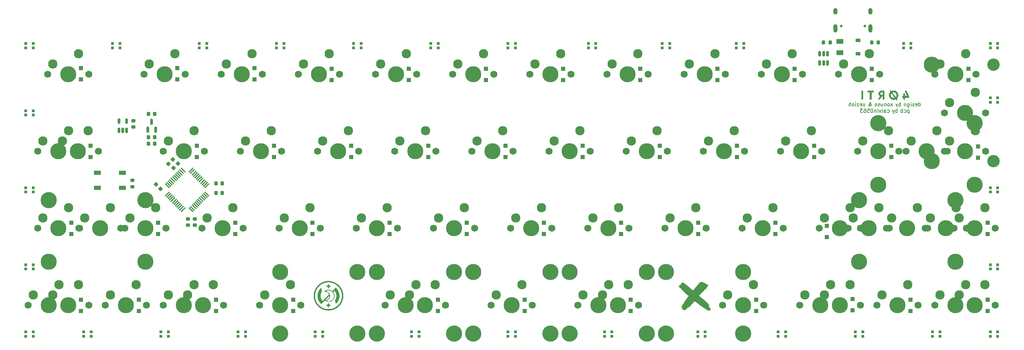
<source format=gbr>
%TF.GenerationSoftware,KiCad,Pcbnew,(7.0.0)*%
%TF.CreationDate,2023-09-24T20:57:17+02:00*%
%TF.ProjectId,mekanical,6d656b61-6e69-4636-916c-2e6b69636164,rev?*%
%TF.SameCoordinates,Original*%
%TF.FileFunction,Soldermask,Bot*%
%TF.FilePolarity,Negative*%
%FSLAX46Y46*%
G04 Gerber Fmt 4.6, Leading zero omitted, Abs format (unit mm)*
G04 Created by KiCad (PCBNEW (7.0.0)) date 2023-09-24 20:57:18*
%MOMM*%
%LPD*%
G01*
G04 APERTURE LIST*
G04 Aperture macros list*
%AMRoundRect*
0 Rectangle with rounded corners*
0 $1 Rounding radius*
0 $2 $3 $4 $5 $6 $7 $8 $9 X,Y pos of 4 corners*
0 Add a 4 corners polygon primitive as box body*
4,1,4,$2,$3,$4,$5,$6,$7,$8,$9,$2,$3,0*
0 Add four circle primitives for the rounded corners*
1,1,$1+$1,$2,$3*
1,1,$1+$1,$4,$5*
1,1,$1+$1,$6,$7*
1,1,$1+$1,$8,$9*
0 Add four rect primitives between the rounded corners*
20,1,$1+$1,$2,$3,$4,$5,0*
20,1,$1+$1,$4,$5,$6,$7,0*
20,1,$1+$1,$6,$7,$8,$9,0*
20,1,$1+$1,$8,$9,$2,$3,0*%
G04 Aperture macros list end*
%ADD10C,0.000000*%
%ADD11C,0.150000*%
%ADD12RoundRect,0.105000X0.245000X0.245000X-0.245000X0.245000X-0.245000X-0.245000X0.245000X-0.245000X0*%
%ADD13C,3.987800*%
%ADD14C,3.048000*%
%ADD15C,0.650000*%
%ADD16O,1.000000X2.100000*%
%ADD17O,1.000000X1.600000*%
%ADD18C,1.750000*%
%ADD19C,2.300000*%
%ADD20C,4.000000*%
%ADD21RoundRect,0.105000X-0.245000X-0.245000X0.245000X-0.245000X0.245000X0.245000X-0.245000X0.245000X0*%
%ADD22RoundRect,0.250000X0.300000X-0.300000X0.300000X0.300000X-0.300000X0.300000X-0.300000X-0.300000X0*%
%ADD23RoundRect,0.200000X-0.200000X-0.275000X0.200000X-0.275000X0.200000X0.275000X-0.200000X0.275000X0*%
%ADD24RoundRect,0.200000X0.200000X0.275000X-0.200000X0.275000X-0.200000X-0.275000X0.200000X-0.275000X0*%
%ADD25RoundRect,0.150000X0.150000X-0.512500X0.150000X0.512500X-0.150000X0.512500X-0.150000X-0.512500X0*%
%ADD26R,1.800000X1.100000*%
%ADD27RoundRect,0.225000X-0.250000X0.225000X-0.250000X-0.225000X0.250000X-0.225000X0.250000X0.225000X0*%
%ADD28RoundRect,0.225000X0.335876X0.017678X0.017678X0.335876X-0.335876X-0.017678X-0.017678X-0.335876X0*%
%ADD29RoundRect,0.225000X0.375000X-0.225000X0.375000X0.225000X-0.375000X0.225000X-0.375000X-0.225000X0*%
%ADD30RoundRect,0.225000X-0.225000X-0.250000X0.225000X-0.250000X0.225000X0.250000X-0.225000X0.250000X0*%
%ADD31RoundRect,0.075000X0.521491X-0.415425X-0.415425X0.521491X-0.521491X0.415425X0.415425X-0.521491X0*%
%ADD32RoundRect,0.075000X0.521491X0.415425X0.415425X0.521491X-0.521491X-0.415425X-0.415425X-0.521491X0*%
%ADD33RoundRect,0.150000X0.150000X-0.587500X0.150000X0.587500X-0.150000X0.587500X-0.150000X-0.587500X0*%
%ADD34RoundRect,0.225000X0.225000X0.250000X-0.225000X0.250000X-0.225000X-0.250000X0.225000X-0.250000X0*%
%ADD35RoundRect,0.200000X0.275000X-0.200000X0.275000X0.200000X-0.275000X0.200000X-0.275000X-0.200000X0*%
%ADD36RoundRect,0.225000X0.017678X-0.335876X0.335876X-0.017678X-0.017678X0.335876X-0.335876X0.017678X0*%
%ADD37RoundRect,0.225000X0.250000X-0.225000X0.250000X0.225000X-0.250000X0.225000X-0.250000X-0.225000X0*%
%ADD38RoundRect,0.250000X-0.625000X0.375000X-0.625000X-0.375000X0.625000X-0.375000X0.625000X0.375000X0*%
G04 APERTURE END LIST*
D10*
G36*
X121640823Y-59070482D02*
G01*
X121654576Y-59078770D01*
X121681255Y-59095472D01*
X121694512Y-59103637D01*
X121707934Y-59111513D01*
X121714758Y-59115303D01*
X121721686Y-59118975D01*
X121728738Y-59122512D01*
X121735935Y-59125900D01*
X121757117Y-59136166D01*
X121778381Y-59145853D01*
X121799810Y-59155045D01*
X121821487Y-59163823D01*
X121843494Y-59172270D01*
X121865914Y-59180469D01*
X121888831Y-59188502D01*
X121912326Y-59196453D01*
X121915859Y-59196453D01*
X121915859Y-59348148D01*
X121897951Y-59331281D01*
X121879925Y-59315081D01*
X121861744Y-59299553D01*
X121843371Y-59284702D01*
X121824771Y-59270533D01*
X121805908Y-59257051D01*
X121786744Y-59244262D01*
X121767246Y-59232171D01*
X121747375Y-59220783D01*
X121727096Y-59210102D01*
X121706373Y-59200135D01*
X121685169Y-59190886D01*
X121663449Y-59182361D01*
X121641177Y-59174564D01*
X121618315Y-59167502D01*
X121594829Y-59161178D01*
X121626575Y-59062400D01*
X121640823Y-59070482D01*
G37*
D11*
X250519677Y-49089964D02*
X250519677Y-48189964D01*
X250519677Y-49047107D02*
X250605391Y-49089964D01*
X250605391Y-49089964D02*
X250776819Y-49089964D01*
X250776819Y-49089964D02*
X250862534Y-49047107D01*
X250862534Y-49047107D02*
X250905391Y-49004250D01*
X250905391Y-49004250D02*
X250948248Y-48918536D01*
X250948248Y-48918536D02*
X250948248Y-48661393D01*
X250948248Y-48661393D02*
X250905391Y-48575679D01*
X250905391Y-48575679D02*
X250862534Y-48532822D01*
X250862534Y-48532822D02*
X250776819Y-48489964D01*
X250776819Y-48489964D02*
X250605391Y-48489964D01*
X250605391Y-48489964D02*
X250519677Y-48532822D01*
X249748248Y-49047107D02*
X249833962Y-49089964D01*
X249833962Y-49089964D02*
X250005391Y-49089964D01*
X250005391Y-49089964D02*
X250091105Y-49047107D01*
X250091105Y-49047107D02*
X250133962Y-48961393D01*
X250133962Y-48961393D02*
X250133962Y-48618536D01*
X250133962Y-48618536D02*
X250091105Y-48532822D01*
X250091105Y-48532822D02*
X250005391Y-48489964D01*
X250005391Y-48489964D02*
X249833962Y-48489964D01*
X249833962Y-48489964D02*
X249748248Y-48532822D01*
X249748248Y-48532822D02*
X249705391Y-48618536D01*
X249705391Y-48618536D02*
X249705391Y-48704250D01*
X249705391Y-48704250D02*
X250133962Y-48789964D01*
X249362533Y-49047107D02*
X249276819Y-49089964D01*
X249276819Y-49089964D02*
X249105390Y-49089964D01*
X249105390Y-49089964D02*
X249019676Y-49047107D01*
X249019676Y-49047107D02*
X248976819Y-48961393D01*
X248976819Y-48961393D02*
X248976819Y-48918536D01*
X248976819Y-48918536D02*
X249019676Y-48832822D01*
X249019676Y-48832822D02*
X249105390Y-48789964D01*
X249105390Y-48789964D02*
X249233962Y-48789964D01*
X249233962Y-48789964D02*
X249319676Y-48747107D01*
X249319676Y-48747107D02*
X249362533Y-48661393D01*
X249362533Y-48661393D02*
X249362533Y-48618536D01*
X249362533Y-48618536D02*
X249319676Y-48532822D01*
X249319676Y-48532822D02*
X249233962Y-48489964D01*
X249233962Y-48489964D02*
X249105390Y-48489964D01*
X249105390Y-48489964D02*
X249019676Y-48532822D01*
X248591105Y-49089964D02*
X248591105Y-48489964D01*
X248591105Y-48189964D02*
X248633962Y-48232822D01*
X248633962Y-48232822D02*
X248591105Y-48275679D01*
X248591105Y-48275679D02*
X248548248Y-48232822D01*
X248548248Y-48232822D02*
X248591105Y-48189964D01*
X248591105Y-48189964D02*
X248591105Y-48275679D01*
X247776820Y-48489964D02*
X247776820Y-49218536D01*
X247776820Y-49218536D02*
X247819677Y-49304250D01*
X247819677Y-49304250D02*
X247862534Y-49347107D01*
X247862534Y-49347107D02*
X247948248Y-49389964D01*
X247948248Y-49389964D02*
X248076820Y-49389964D01*
X248076820Y-49389964D02*
X248162534Y-49347107D01*
X247776820Y-49047107D02*
X247862534Y-49089964D01*
X247862534Y-49089964D02*
X248033962Y-49089964D01*
X248033962Y-49089964D02*
X248119677Y-49047107D01*
X248119677Y-49047107D02*
X248162534Y-49004250D01*
X248162534Y-49004250D02*
X248205391Y-48918536D01*
X248205391Y-48918536D02*
X248205391Y-48661393D01*
X248205391Y-48661393D02*
X248162534Y-48575679D01*
X248162534Y-48575679D02*
X248119677Y-48532822D01*
X248119677Y-48532822D02*
X248033962Y-48489964D01*
X248033962Y-48489964D02*
X247862534Y-48489964D01*
X247862534Y-48489964D02*
X247776820Y-48532822D01*
X247348248Y-48489964D02*
X247348248Y-49089964D01*
X247348248Y-48575679D02*
X247305391Y-48532822D01*
X247305391Y-48532822D02*
X247219676Y-48489964D01*
X247219676Y-48489964D02*
X247091105Y-48489964D01*
X247091105Y-48489964D02*
X247005391Y-48532822D01*
X247005391Y-48532822D02*
X246962534Y-48618536D01*
X246962534Y-48618536D02*
X246962534Y-49089964D01*
X245993962Y-49089964D02*
X245993962Y-48189964D01*
X245993962Y-48532822D02*
X245908248Y-48489964D01*
X245908248Y-48489964D02*
X245736819Y-48489964D01*
X245736819Y-48489964D02*
X245651105Y-48532822D01*
X245651105Y-48532822D02*
X245608248Y-48575679D01*
X245608248Y-48575679D02*
X245565390Y-48661393D01*
X245565390Y-48661393D02*
X245565390Y-48918536D01*
X245565390Y-48918536D02*
X245608248Y-49004250D01*
X245608248Y-49004250D02*
X245651105Y-49047107D01*
X245651105Y-49047107D02*
X245736819Y-49089964D01*
X245736819Y-49089964D02*
X245908248Y-49089964D01*
X245908248Y-49089964D02*
X245993962Y-49047107D01*
X245265390Y-48489964D02*
X245051104Y-49089964D01*
X244836819Y-48489964D02*
X245051104Y-49089964D01*
X245051104Y-49089964D02*
X245136819Y-49304250D01*
X245136819Y-49304250D02*
X245179676Y-49347107D01*
X245179676Y-49347107D02*
X245265390Y-49389964D01*
X244039676Y-49089964D02*
X243568248Y-48489964D01*
X244039676Y-48489964D02*
X243568248Y-49089964D01*
X243096819Y-49089964D02*
X243182534Y-49047107D01*
X243182534Y-49047107D02*
X243225391Y-49004250D01*
X243225391Y-49004250D02*
X243268248Y-48918536D01*
X243268248Y-48918536D02*
X243268248Y-48661393D01*
X243268248Y-48661393D02*
X243225391Y-48575679D01*
X243225391Y-48575679D02*
X243182534Y-48532822D01*
X243182534Y-48532822D02*
X243096819Y-48489964D01*
X243096819Y-48489964D02*
X242968248Y-48489964D01*
X242968248Y-48489964D02*
X242882534Y-48532822D01*
X242882534Y-48532822D02*
X242839677Y-48575679D01*
X242839677Y-48575679D02*
X242796819Y-48661393D01*
X242796819Y-48661393D02*
X242796819Y-48918536D01*
X242796819Y-48918536D02*
X242839677Y-49004250D01*
X242839677Y-49004250D02*
X242882534Y-49047107D01*
X242882534Y-49047107D02*
X242968248Y-49089964D01*
X242968248Y-49089964D02*
X243096819Y-49089964D01*
X242411105Y-48489964D02*
X242411105Y-49089964D01*
X242411105Y-48575679D02*
X242368248Y-48532822D01*
X242368248Y-48532822D02*
X242282533Y-48489964D01*
X242282533Y-48489964D02*
X242153962Y-48489964D01*
X242153962Y-48489964D02*
X242068248Y-48532822D01*
X242068248Y-48532822D02*
X242025391Y-48618536D01*
X242025391Y-48618536D02*
X242025391Y-49089964D01*
X241211105Y-48489964D02*
X241211105Y-49089964D01*
X241596819Y-48489964D02*
X241596819Y-48961393D01*
X241596819Y-48961393D02*
X241553962Y-49047107D01*
X241553962Y-49047107D02*
X241468247Y-49089964D01*
X241468247Y-49089964D02*
X241339676Y-49089964D01*
X241339676Y-49089964D02*
X241253962Y-49047107D01*
X241253962Y-49047107D02*
X241211105Y-49004250D01*
X240825390Y-49047107D02*
X240739676Y-49089964D01*
X240739676Y-49089964D02*
X240568247Y-49089964D01*
X240568247Y-49089964D02*
X240482533Y-49047107D01*
X240482533Y-49047107D02*
X240439676Y-48961393D01*
X240439676Y-48961393D02*
X240439676Y-48918536D01*
X240439676Y-48918536D02*
X240482533Y-48832822D01*
X240482533Y-48832822D02*
X240568247Y-48789964D01*
X240568247Y-48789964D02*
X240696819Y-48789964D01*
X240696819Y-48789964D02*
X240782533Y-48747107D01*
X240782533Y-48747107D02*
X240825390Y-48661393D01*
X240825390Y-48661393D02*
X240825390Y-48618536D01*
X240825390Y-48618536D02*
X240782533Y-48532822D01*
X240782533Y-48532822D02*
X240696819Y-48489964D01*
X240696819Y-48489964D02*
X240568247Y-48489964D01*
X240568247Y-48489964D02*
X240482533Y-48532822D01*
X240096819Y-49047107D02*
X240011105Y-49089964D01*
X240011105Y-49089964D02*
X239839676Y-49089964D01*
X239839676Y-49089964D02*
X239753962Y-49047107D01*
X239753962Y-49047107D02*
X239711105Y-48961393D01*
X239711105Y-48961393D02*
X239711105Y-48918536D01*
X239711105Y-48918536D02*
X239753962Y-48832822D01*
X239753962Y-48832822D02*
X239839676Y-48789964D01*
X239839676Y-48789964D02*
X239968248Y-48789964D01*
X239968248Y-48789964D02*
X240053962Y-48747107D01*
X240053962Y-48747107D02*
X240096819Y-48661393D01*
X240096819Y-48661393D02*
X240096819Y-48618536D01*
X240096819Y-48618536D02*
X240053962Y-48532822D01*
X240053962Y-48532822D02*
X239968248Y-48489964D01*
X239968248Y-48489964D02*
X239839676Y-48489964D01*
X239839676Y-48489964D02*
X239753962Y-48532822D01*
X238056819Y-49089964D02*
X238099677Y-49089964D01*
X238099677Y-49089964D02*
X238185391Y-49047107D01*
X238185391Y-49047107D02*
X238313962Y-48918536D01*
X238313962Y-48918536D02*
X238528248Y-48661393D01*
X238528248Y-48661393D02*
X238613962Y-48532822D01*
X238613962Y-48532822D02*
X238656819Y-48404250D01*
X238656819Y-48404250D02*
X238656819Y-48318536D01*
X238656819Y-48318536D02*
X238613962Y-48232822D01*
X238613962Y-48232822D02*
X238528248Y-48189964D01*
X238528248Y-48189964D02*
X238485391Y-48189964D01*
X238485391Y-48189964D02*
X238399677Y-48232822D01*
X238399677Y-48232822D02*
X238356819Y-48318536D01*
X238356819Y-48318536D02*
X238356819Y-48361393D01*
X238356819Y-48361393D02*
X238399677Y-48447107D01*
X238399677Y-48447107D02*
X238442534Y-48489964D01*
X238442534Y-48489964D02*
X238699677Y-48661393D01*
X238699677Y-48661393D02*
X238742534Y-48704250D01*
X238742534Y-48704250D02*
X238785391Y-48789964D01*
X238785391Y-48789964D02*
X238785391Y-48918536D01*
X238785391Y-48918536D02*
X238742534Y-49004250D01*
X238742534Y-49004250D02*
X238699677Y-49047107D01*
X238699677Y-49047107D02*
X238613962Y-49089964D01*
X238613962Y-49089964D02*
X238485391Y-49089964D01*
X238485391Y-49089964D02*
X238399677Y-49047107D01*
X238399677Y-49047107D02*
X238356819Y-49004250D01*
X238356819Y-49004250D02*
X238228248Y-48832822D01*
X238228248Y-48832822D02*
X238185391Y-48704250D01*
X238185391Y-48704250D02*
X238185391Y-48618536D01*
X237216819Y-49089964D02*
X236745391Y-48489964D01*
X237216819Y-48489964D02*
X236745391Y-49089964D01*
X236059677Y-49047107D02*
X236145391Y-49089964D01*
X236145391Y-49089964D02*
X236316820Y-49089964D01*
X236316820Y-49089964D02*
X236402534Y-49047107D01*
X236402534Y-49047107D02*
X236445391Y-48961393D01*
X236445391Y-48961393D02*
X236445391Y-48618536D01*
X236445391Y-48618536D02*
X236402534Y-48532822D01*
X236402534Y-48532822D02*
X236316820Y-48489964D01*
X236316820Y-48489964D02*
X236145391Y-48489964D01*
X236145391Y-48489964D02*
X236059677Y-48532822D01*
X236059677Y-48532822D02*
X236016820Y-48618536D01*
X236016820Y-48618536D02*
X236016820Y-48704250D01*
X236016820Y-48704250D02*
X236445391Y-48789964D01*
X235716819Y-48489964D02*
X235245391Y-48489964D01*
X235245391Y-48489964D02*
X235716819Y-49089964D01*
X235716819Y-49089964D02*
X235245391Y-49089964D01*
X234902534Y-49089964D02*
X234902534Y-48489964D01*
X234902534Y-48189964D02*
X234945391Y-48232822D01*
X234945391Y-48232822D02*
X234902534Y-48275679D01*
X234902534Y-48275679D02*
X234859677Y-48232822D01*
X234859677Y-48232822D02*
X234902534Y-48189964D01*
X234902534Y-48189964D02*
X234902534Y-48275679D01*
X234345391Y-49089964D02*
X234431106Y-49047107D01*
X234431106Y-49047107D02*
X234473963Y-49004250D01*
X234473963Y-49004250D02*
X234516820Y-48918536D01*
X234516820Y-48918536D02*
X234516820Y-48661393D01*
X234516820Y-48661393D02*
X234473963Y-48575679D01*
X234473963Y-48575679D02*
X234431106Y-48532822D01*
X234431106Y-48532822D02*
X234345391Y-48489964D01*
X234345391Y-48489964D02*
X234216820Y-48489964D01*
X234216820Y-48489964D02*
X234131106Y-48532822D01*
X234131106Y-48532822D02*
X234088249Y-48575679D01*
X234088249Y-48575679D02*
X234045391Y-48661393D01*
X234045391Y-48661393D02*
X234045391Y-48918536D01*
X234045391Y-48918536D02*
X234088249Y-49004250D01*
X234088249Y-49004250D02*
X234131106Y-49047107D01*
X234131106Y-49047107D02*
X234216820Y-49089964D01*
X234216820Y-49089964D02*
X234345391Y-49089964D01*
X233659677Y-49089964D02*
X233659677Y-48189964D01*
X233273963Y-49089964D02*
X233273963Y-48618536D01*
X233273963Y-48618536D02*
X233316820Y-48532822D01*
X233316820Y-48532822D02*
X233402534Y-48489964D01*
X233402534Y-48489964D02*
X233531105Y-48489964D01*
X233531105Y-48489964D02*
X233616820Y-48532822D01*
X233616820Y-48532822D02*
X233659677Y-48575679D01*
X248109850Y-50077464D02*
X248109850Y-50977464D01*
X248109850Y-50120322D02*
X248024136Y-50077464D01*
X248024136Y-50077464D02*
X247852707Y-50077464D01*
X247852707Y-50077464D02*
X247766993Y-50120322D01*
X247766993Y-50120322D02*
X247724136Y-50163179D01*
X247724136Y-50163179D02*
X247681278Y-50248893D01*
X247681278Y-50248893D02*
X247681278Y-50506036D01*
X247681278Y-50506036D02*
X247724136Y-50591750D01*
X247724136Y-50591750D02*
X247766993Y-50634607D01*
X247766993Y-50634607D02*
X247852707Y-50677464D01*
X247852707Y-50677464D02*
X248024136Y-50677464D01*
X248024136Y-50677464D02*
X248109850Y-50634607D01*
X246909850Y-50634607D02*
X246995564Y-50677464D01*
X246995564Y-50677464D02*
X247166992Y-50677464D01*
X247166992Y-50677464D02*
X247252707Y-50634607D01*
X247252707Y-50634607D02*
X247295564Y-50591750D01*
X247295564Y-50591750D02*
X247338421Y-50506036D01*
X247338421Y-50506036D02*
X247338421Y-50248893D01*
X247338421Y-50248893D02*
X247295564Y-50163179D01*
X247295564Y-50163179D02*
X247252707Y-50120322D01*
X247252707Y-50120322D02*
X247166992Y-50077464D01*
X247166992Y-50077464D02*
X246995564Y-50077464D01*
X246995564Y-50077464D02*
X246909850Y-50120322D01*
X246524135Y-50677464D02*
X246524135Y-49777464D01*
X246524135Y-50120322D02*
X246438421Y-50077464D01*
X246438421Y-50077464D02*
X246266992Y-50077464D01*
X246266992Y-50077464D02*
X246181278Y-50120322D01*
X246181278Y-50120322D02*
X246138421Y-50163179D01*
X246138421Y-50163179D02*
X246095563Y-50248893D01*
X246095563Y-50248893D02*
X246095563Y-50506036D01*
X246095563Y-50506036D02*
X246138421Y-50591750D01*
X246138421Y-50591750D02*
X246181278Y-50634607D01*
X246181278Y-50634607D02*
X246266992Y-50677464D01*
X246266992Y-50677464D02*
X246438421Y-50677464D01*
X246438421Y-50677464D02*
X246524135Y-50634607D01*
X245169849Y-50677464D02*
X245169849Y-49777464D01*
X245169849Y-50120322D02*
X245084135Y-50077464D01*
X245084135Y-50077464D02*
X244912706Y-50077464D01*
X244912706Y-50077464D02*
X244826992Y-50120322D01*
X244826992Y-50120322D02*
X244784135Y-50163179D01*
X244784135Y-50163179D02*
X244741277Y-50248893D01*
X244741277Y-50248893D02*
X244741277Y-50506036D01*
X244741277Y-50506036D02*
X244784135Y-50591750D01*
X244784135Y-50591750D02*
X244826992Y-50634607D01*
X244826992Y-50634607D02*
X244912706Y-50677464D01*
X244912706Y-50677464D02*
X245084135Y-50677464D01*
X245084135Y-50677464D02*
X245169849Y-50634607D01*
X244441277Y-50077464D02*
X244226991Y-50677464D01*
X244012706Y-50077464D02*
X244226991Y-50677464D01*
X244226991Y-50677464D02*
X244312706Y-50891750D01*
X244312706Y-50891750D02*
X244355563Y-50934607D01*
X244355563Y-50934607D02*
X244441277Y-50977464D01*
X242744135Y-50634607D02*
X242829849Y-50677464D01*
X242829849Y-50677464D02*
X243001277Y-50677464D01*
X243001277Y-50677464D02*
X243086992Y-50634607D01*
X243086992Y-50634607D02*
X243129849Y-50591750D01*
X243129849Y-50591750D02*
X243172706Y-50506036D01*
X243172706Y-50506036D02*
X243172706Y-50248893D01*
X243172706Y-50248893D02*
X243129849Y-50163179D01*
X243129849Y-50163179D02*
X243086992Y-50120322D01*
X243086992Y-50120322D02*
X243001277Y-50077464D01*
X243001277Y-50077464D02*
X242829849Y-50077464D01*
X242829849Y-50077464D02*
X242744135Y-50120322D01*
X241972706Y-50677464D02*
X241972706Y-50206036D01*
X241972706Y-50206036D02*
X242015563Y-50120322D01*
X242015563Y-50120322D02*
X242101277Y-50077464D01*
X242101277Y-50077464D02*
X242272706Y-50077464D01*
X242272706Y-50077464D02*
X242358420Y-50120322D01*
X241972706Y-50634607D02*
X242058420Y-50677464D01*
X242058420Y-50677464D02*
X242272706Y-50677464D01*
X242272706Y-50677464D02*
X242358420Y-50634607D01*
X242358420Y-50634607D02*
X242401277Y-50548893D01*
X242401277Y-50548893D02*
X242401277Y-50463179D01*
X242401277Y-50463179D02*
X242358420Y-50377464D01*
X242358420Y-50377464D02*
X242272706Y-50334607D01*
X242272706Y-50334607D02*
X242058420Y-50334607D01*
X242058420Y-50334607D02*
X241972706Y-50291750D01*
X241415562Y-50677464D02*
X241501277Y-50634607D01*
X241501277Y-50634607D02*
X241544134Y-50548893D01*
X241544134Y-50548893D02*
X241544134Y-49777464D01*
X241158419Y-50077464D02*
X240944133Y-50677464D01*
X240944133Y-50677464D02*
X240729848Y-50077464D01*
X240386991Y-50677464D02*
X240386991Y-50077464D01*
X240386991Y-49777464D02*
X240429848Y-49820322D01*
X240429848Y-49820322D02*
X240386991Y-49863179D01*
X240386991Y-49863179D02*
X240344134Y-49820322D01*
X240344134Y-49820322D02*
X240386991Y-49777464D01*
X240386991Y-49777464D02*
X240386991Y-49863179D01*
X239958420Y-50077464D02*
X239958420Y-50677464D01*
X239958420Y-50163179D02*
X239915563Y-50120322D01*
X239915563Y-50120322D02*
X239829848Y-50077464D01*
X239829848Y-50077464D02*
X239701277Y-50077464D01*
X239701277Y-50077464D02*
X239615563Y-50120322D01*
X239615563Y-50120322D02*
X239572706Y-50206036D01*
X239572706Y-50206036D02*
X239572706Y-50677464D01*
X238972705Y-49777464D02*
X238886991Y-49777464D01*
X238886991Y-49777464D02*
X238801277Y-49820322D01*
X238801277Y-49820322D02*
X238758420Y-49863179D01*
X238758420Y-49863179D02*
X238715562Y-49948893D01*
X238715562Y-49948893D02*
X238672705Y-50120322D01*
X238672705Y-50120322D02*
X238672705Y-50334607D01*
X238672705Y-50334607D02*
X238715562Y-50506036D01*
X238715562Y-50506036D02*
X238758420Y-50591750D01*
X238758420Y-50591750D02*
X238801277Y-50634607D01*
X238801277Y-50634607D02*
X238886991Y-50677464D01*
X238886991Y-50677464D02*
X238972705Y-50677464D01*
X238972705Y-50677464D02*
X239058420Y-50634607D01*
X239058420Y-50634607D02*
X239101277Y-50591750D01*
X239101277Y-50591750D02*
X239144134Y-50506036D01*
X239144134Y-50506036D02*
X239186991Y-50334607D01*
X239186991Y-50334607D02*
X239186991Y-50120322D01*
X239186991Y-50120322D02*
X239144134Y-49948893D01*
X239144134Y-49948893D02*
X239101277Y-49863179D01*
X239101277Y-49863179D02*
X239058420Y-49820322D01*
X239058420Y-49820322D02*
X238972705Y-49777464D01*
X237858419Y-49777464D02*
X238286991Y-49777464D01*
X238286991Y-49777464D02*
X238329848Y-50206036D01*
X238329848Y-50206036D02*
X238286991Y-50163179D01*
X238286991Y-50163179D02*
X238201277Y-50120322D01*
X238201277Y-50120322D02*
X237986991Y-50120322D01*
X237986991Y-50120322D02*
X237901277Y-50163179D01*
X237901277Y-50163179D02*
X237858419Y-50206036D01*
X237858419Y-50206036D02*
X237815562Y-50291750D01*
X237815562Y-50291750D02*
X237815562Y-50506036D01*
X237815562Y-50506036D02*
X237858419Y-50591750D01*
X237858419Y-50591750D02*
X237901277Y-50634607D01*
X237901277Y-50634607D02*
X237986991Y-50677464D01*
X237986991Y-50677464D02*
X238201277Y-50677464D01*
X238201277Y-50677464D02*
X238286991Y-50634607D01*
X238286991Y-50634607D02*
X238329848Y-50591750D01*
X237044134Y-49777464D02*
X237215562Y-49777464D01*
X237215562Y-49777464D02*
X237301276Y-49820322D01*
X237301276Y-49820322D02*
X237344134Y-49863179D01*
X237344134Y-49863179D02*
X237429848Y-49991750D01*
X237429848Y-49991750D02*
X237472705Y-50163179D01*
X237472705Y-50163179D02*
X237472705Y-50506036D01*
X237472705Y-50506036D02*
X237429848Y-50591750D01*
X237429848Y-50591750D02*
X237386991Y-50634607D01*
X237386991Y-50634607D02*
X237301276Y-50677464D01*
X237301276Y-50677464D02*
X237129848Y-50677464D01*
X237129848Y-50677464D02*
X237044134Y-50634607D01*
X237044134Y-50634607D02*
X237001276Y-50591750D01*
X237001276Y-50591750D02*
X236958419Y-50506036D01*
X236958419Y-50506036D02*
X236958419Y-50291750D01*
X236958419Y-50291750D02*
X237001276Y-50206036D01*
X237001276Y-50206036D02*
X237044134Y-50163179D01*
X237044134Y-50163179D02*
X237129848Y-50120322D01*
X237129848Y-50120322D02*
X237301276Y-50120322D01*
X237301276Y-50120322D02*
X237386991Y-50163179D01*
X237386991Y-50163179D02*
X237429848Y-50206036D01*
X237429848Y-50206036D02*
X237472705Y-50291750D01*
X236658419Y-49777464D02*
X236101276Y-49777464D01*
X236101276Y-49777464D02*
X236401276Y-50120322D01*
X236401276Y-50120322D02*
X236272705Y-50120322D01*
X236272705Y-50120322D02*
X236186991Y-50163179D01*
X236186991Y-50163179D02*
X236144133Y-50206036D01*
X236144133Y-50206036D02*
X236101276Y-50291750D01*
X236101276Y-50291750D02*
X236101276Y-50506036D01*
X236101276Y-50506036D02*
X236144133Y-50591750D01*
X236144133Y-50591750D02*
X236186991Y-50634607D01*
X236186991Y-50634607D02*
X236272705Y-50677464D01*
X236272705Y-50677464D02*
X236529848Y-50677464D01*
X236529848Y-50677464D02*
X236615562Y-50634607D01*
X236615562Y-50634607D02*
X236658419Y-50591750D01*
%TO.C,G\u002A\u002A\u002A*%
G36*
X236611416Y-45286435D02*
G01*
X236669232Y-45286869D01*
X236708971Y-45288405D01*
X236734970Y-45291738D01*
X236751563Y-45297566D01*
X236763086Y-45306585D01*
X236773874Y-45319494D01*
X236778313Y-45325387D01*
X236782337Y-45332297D01*
X236785817Y-45341622D01*
X236788784Y-45354968D01*
X236791272Y-45373943D01*
X236793315Y-45400155D01*
X236794945Y-45435209D01*
X236796197Y-45480713D01*
X236797104Y-45538275D01*
X236797698Y-45609501D01*
X236798014Y-45695999D01*
X236798084Y-45799375D01*
X236797942Y-45921237D01*
X236797622Y-46063191D01*
X236797156Y-46226846D01*
X236796578Y-46413807D01*
X236795993Y-46586431D01*
X236795287Y-46757377D01*
X236794501Y-46906165D01*
X236793606Y-47034251D01*
X236792576Y-47143091D01*
X236791383Y-47234140D01*
X236790000Y-47308854D01*
X236788399Y-47368689D01*
X236786552Y-47415101D01*
X236784433Y-47449546D01*
X236782013Y-47473479D01*
X236779266Y-47488357D01*
X236776163Y-47495634D01*
X236758098Y-47504247D01*
X236719840Y-47511235D01*
X236667378Y-47515918D01*
X236606196Y-47518295D01*
X236541775Y-47518368D01*
X236479599Y-47516136D01*
X236425149Y-47511600D01*
X236383907Y-47504759D01*
X236361357Y-47495614D01*
X236360166Y-47494479D01*
X236356305Y-47489454D01*
X236352933Y-47481617D01*
X236350018Y-47469392D01*
X236347525Y-47451198D01*
X236345422Y-47425457D01*
X236343676Y-47390590D01*
X236342253Y-47345019D01*
X236341122Y-47287164D01*
X236340249Y-47215447D01*
X236339600Y-47128288D01*
X236339143Y-47024110D01*
X236338846Y-46901333D01*
X236338674Y-46758378D01*
X236338595Y-46593666D01*
X236338576Y-46405619D01*
X236338582Y-46254611D01*
X236338626Y-46085475D01*
X236338744Y-45938403D01*
X236338972Y-45811806D01*
X236339347Y-45704095D01*
X236339905Y-45613682D01*
X236340681Y-45538977D01*
X236341713Y-45478391D01*
X236343036Y-45430335D01*
X236344686Y-45393221D01*
X236346700Y-45365460D01*
X236349114Y-45345462D01*
X236351964Y-45331638D01*
X236355286Y-45322400D01*
X236359116Y-45316160D01*
X236363490Y-45311326D01*
X236374034Y-45302380D01*
X236389043Y-45295224D01*
X236411622Y-45290577D01*
X236446105Y-45287911D01*
X236496829Y-45286699D01*
X236568128Y-45286412D01*
X236611416Y-45286435D01*
G37*
G36*
X238703354Y-45286420D02*
G01*
X238848250Y-45286538D01*
X238970863Y-45286835D01*
X239073110Y-45287361D01*
X239156906Y-45288166D01*
X239224167Y-45289300D01*
X239276809Y-45290813D01*
X239316748Y-45292754D01*
X239345900Y-45295174D01*
X239366180Y-45298123D01*
X239379505Y-45301649D01*
X239387791Y-45305804D01*
X239392170Y-45308984D01*
X239401623Y-45318206D01*
X239408103Y-45331654D01*
X239412169Y-45353465D01*
X239414379Y-45387778D01*
X239415296Y-45438729D01*
X239415477Y-45510456D01*
X239415450Y-45532123D01*
X239414745Y-45601067D01*
X239412808Y-45649985D01*
X239409268Y-45682748D01*
X239403756Y-45703226D01*
X239395901Y-45715292D01*
X239394221Y-45716847D01*
X239382553Y-45723419D01*
X239362904Y-45728223D01*
X239331890Y-45731513D01*
X239286124Y-45733547D01*
X239222221Y-45734580D01*
X239136794Y-45734867D01*
X239059894Y-45735238D01*
X238984570Y-45736802D01*
X238931020Y-45739686D01*
X238897512Y-45743990D01*
X238882313Y-45749816D01*
X238881404Y-45751191D01*
X238878430Y-45763778D01*
X238875865Y-45789365D01*
X238873687Y-45829277D01*
X238871874Y-45884836D01*
X238870401Y-45957367D01*
X238869247Y-46048193D01*
X238868390Y-46158638D01*
X238867805Y-46290026D01*
X238867471Y-46443679D01*
X238867365Y-46620922D01*
X238867345Y-46734113D01*
X238867224Y-46887096D01*
X238866958Y-47018037D01*
X238866508Y-47128671D01*
X238865836Y-47220730D01*
X238864902Y-47295950D01*
X238863668Y-47356065D01*
X238862095Y-47402809D01*
X238860144Y-47437915D01*
X238857777Y-47463119D01*
X238854955Y-47480154D01*
X238851638Y-47490755D01*
X238847789Y-47496655D01*
X238846142Y-47498193D01*
X238832717Y-47505709D01*
X238810078Y-47510888D01*
X238774303Y-47514112D01*
X238721470Y-47515765D01*
X238647657Y-47516231D01*
X238626067Y-47516143D01*
X238560525Y-47514766D01*
X238504817Y-47511962D01*
X238463969Y-47508046D01*
X238443005Y-47503335D01*
X238442850Y-47503252D01*
X238438194Y-47500080D01*
X238434183Y-47494787D01*
X238430771Y-47485619D01*
X238427908Y-47470823D01*
X238425547Y-47448646D01*
X238423640Y-47417334D01*
X238422137Y-47375135D01*
X238420991Y-47320294D01*
X238420154Y-47251059D01*
X238419578Y-47165676D01*
X238419213Y-47062392D01*
X238419012Y-46939454D01*
X238418927Y-46795109D01*
X238418910Y-46627602D01*
X238418899Y-46567363D01*
X238418723Y-46397185D01*
X238418314Y-46250175D01*
X238417650Y-46125013D01*
X238416708Y-46020380D01*
X238415465Y-45934957D01*
X238413900Y-45867424D01*
X238411989Y-45816463D01*
X238409711Y-45780754D01*
X238407042Y-45758978D01*
X238403961Y-45749816D01*
X238393250Y-45745040D01*
X238363578Y-45740437D01*
X238314213Y-45737275D01*
X238243425Y-45735452D01*
X238149481Y-45734867D01*
X238130441Y-45734857D01*
X238049607Y-45734441D01*
X237989616Y-45733227D01*
X237947083Y-45730962D01*
X237918623Y-45727388D01*
X237900848Y-45722250D01*
X237890373Y-45715292D01*
X237888087Y-45712750D01*
X237880876Y-45698871D01*
X237875912Y-45675573D01*
X237872824Y-45638985D01*
X237871243Y-45585236D01*
X237870798Y-45510456D01*
X237870815Y-45481142D01*
X237871203Y-45417610D01*
X237872535Y-45373319D01*
X237875369Y-45344130D01*
X237880265Y-45325906D01*
X237887783Y-45314510D01*
X237898484Y-45305804D01*
X237901110Y-45304176D01*
X237911053Y-45300261D01*
X237926752Y-45296956D01*
X237950121Y-45294211D01*
X237983077Y-45291976D01*
X238027536Y-45290200D01*
X238085414Y-45288835D01*
X238158626Y-45287830D01*
X238249088Y-45287135D01*
X238358717Y-45286700D01*
X238489428Y-45286476D01*
X238643137Y-45286412D01*
X238703354Y-45286420D01*
G37*
G36*
X242031441Y-46152368D02*
G01*
X242031458Y-46211486D01*
X242031465Y-46398550D01*
X242031465Y-46404248D01*
X242031424Y-46592669D01*
X242031288Y-46757779D01*
X242031028Y-46901139D01*
X242030616Y-47024307D01*
X242030026Y-47128844D01*
X242029228Y-47216307D01*
X242028196Y-47288258D01*
X242026902Y-47346255D01*
X242025317Y-47391859D01*
X242023415Y-47426627D01*
X242021167Y-47452121D01*
X242018546Y-47469898D01*
X242015524Y-47481520D01*
X242012073Y-47488545D01*
X242007872Y-47494237D01*
X241998522Y-47503173D01*
X241984525Y-47509291D01*
X241961829Y-47513125D01*
X241926380Y-47515205D01*
X241874124Y-47516063D01*
X241801009Y-47516231D01*
X241761581Y-47516200D01*
X241699405Y-47515753D01*
X241656061Y-47514351D01*
X241627497Y-47511460D01*
X241609658Y-47506550D01*
X241598492Y-47499089D01*
X241589945Y-47488545D01*
X241585666Y-47480609D01*
X241581317Y-47465899D01*
X241577868Y-47443411D01*
X241575221Y-47410699D01*
X241573277Y-47365314D01*
X241571937Y-47304807D01*
X241571102Y-47226731D01*
X241570673Y-47128639D01*
X241570553Y-47008081D01*
X241570553Y-46555302D01*
X241543141Y-46559283D01*
X241541502Y-46559718D01*
X241529558Y-46568500D01*
X241510559Y-46589252D01*
X241483576Y-46623251D01*
X241447683Y-46671772D01*
X241401952Y-46736094D01*
X241345455Y-46817494D01*
X241277265Y-46917247D01*
X241196455Y-47036633D01*
X240877181Y-47510002D01*
X240652007Y-47513393D01*
X240620806Y-47513826D01*
X240540353Y-47514228D01*
X240480718Y-47512650D01*
X240438823Y-47508341D01*
X240411593Y-47500552D01*
X240395951Y-47488532D01*
X240388822Y-47471531D01*
X240387129Y-47448798D01*
X240390463Y-47439164D01*
X240407072Y-47409263D01*
X240436601Y-47362207D01*
X240477914Y-47299706D01*
X240529874Y-47223470D01*
X240591343Y-47135209D01*
X240661185Y-47036633D01*
X240669822Y-47024531D01*
X240730740Y-46938899D01*
X240786629Y-46859879D01*
X240835908Y-46789743D01*
X240876991Y-46730760D01*
X240908297Y-46685203D01*
X240928241Y-46655344D01*
X240935241Y-46643453D01*
X240926020Y-46633686D01*
X240900385Y-46615794D01*
X240864092Y-46594002D01*
X240802286Y-46553219D01*
X240716869Y-46473748D01*
X240645447Y-46377113D01*
X240590371Y-46266715D01*
X240553995Y-46145951D01*
X240543850Y-46082546D01*
X240542830Y-46015152D01*
X241009984Y-46015152D01*
X241016586Y-46075797D01*
X241045324Y-46149378D01*
X241095513Y-46212214D01*
X241165697Y-46261998D01*
X241170213Y-46264353D01*
X241194764Y-46274867D01*
X241223514Y-46282277D01*
X241261642Y-46287315D01*
X241314325Y-46290710D01*
X241386744Y-46293193D01*
X241454190Y-46294595D01*
X241505344Y-46294383D01*
X241538440Y-46292166D01*
X241556993Y-46287700D01*
X241564518Y-46280736D01*
X241565079Y-46278245D01*
X241566745Y-46254788D01*
X241567885Y-46211507D01*
X241568455Y-46152368D01*
X241568408Y-46081335D01*
X241567700Y-46002373D01*
X241564324Y-45741096D01*
X241389925Y-45741218D01*
X241346167Y-45741364D01*
X241286574Y-45742415D01*
X241243843Y-45745001D01*
X241212862Y-45749736D01*
X241188518Y-45757233D01*
X241165697Y-45768105D01*
X241111565Y-45804027D01*
X241056062Y-45863917D01*
X241021736Y-45935030D01*
X241009984Y-46015152D01*
X240542830Y-46015152D01*
X240541981Y-45959116D01*
X240562850Y-45839084D01*
X240605012Y-45724706D01*
X240667025Y-45618236D01*
X240747446Y-45521930D01*
X240844832Y-45438043D01*
X240957740Y-45368830D01*
X241084726Y-45316545D01*
X241089592Y-45315020D01*
X241112592Y-45309058D01*
X241140268Y-45304211D01*
X241175511Y-45300316D01*
X241221213Y-45297210D01*
X241280264Y-45294729D01*
X241355556Y-45292713D01*
X241449980Y-45290997D01*
X241566427Y-45289419D01*
X241655876Y-45288352D01*
X241750671Y-45287374D01*
X241825280Y-45286956D01*
X241882360Y-45287224D01*
X241924567Y-45288304D01*
X241954561Y-45290322D01*
X241974998Y-45293406D01*
X241988535Y-45297682D01*
X241997829Y-45303276D01*
X242005539Y-45310315D01*
X242009899Y-45314929D01*
X242013920Y-45320753D01*
X242017408Y-45329151D01*
X242020400Y-45341717D01*
X242022934Y-45360048D01*
X242025048Y-45385739D01*
X242026781Y-45420387D01*
X242028169Y-45465586D01*
X242029252Y-45522934D01*
X242030067Y-45594024D01*
X242030653Y-45680455D01*
X242031046Y-45783820D01*
X242031286Y-45905717D01*
X242031411Y-46047740D01*
X242031441Y-46152368D01*
G37*
G36*
X247449185Y-45280924D02*
G01*
X247488936Y-45289538D01*
X247510168Y-45303287D01*
X247512146Y-45306492D01*
X247523866Y-45330145D01*
X247543832Y-45373517D01*
X247571085Y-45434368D01*
X247604671Y-45510457D01*
X247643632Y-45599545D01*
X247687012Y-45699390D01*
X247733855Y-45807752D01*
X247783202Y-45922391D01*
X247834099Y-46041066D01*
X247885589Y-46161536D01*
X247936715Y-46281561D01*
X247986520Y-46398901D01*
X248034048Y-46511315D01*
X248078342Y-46616563D01*
X248118447Y-46712403D01*
X248153404Y-46796596D01*
X248182259Y-46866901D01*
X248204053Y-46921078D01*
X248217832Y-46956885D01*
X248222637Y-46972083D01*
X248222550Y-46986594D01*
X248221003Y-47000801D01*
X248215867Y-47012390D01*
X248205010Y-47021628D01*
X248186299Y-47028781D01*
X248157602Y-47034116D01*
X248116785Y-47037899D01*
X248061718Y-47040396D01*
X247990266Y-47041874D01*
X247900298Y-47042600D01*
X247789681Y-47042841D01*
X247656282Y-47042861D01*
X247533602Y-47042931D01*
X247425581Y-47043208D01*
X247338225Y-47043773D01*
X247269343Y-47044707D01*
X247216750Y-47046090D01*
X247178256Y-47048002D01*
X247151674Y-47050526D01*
X247134815Y-47053741D01*
X247125493Y-47057727D01*
X247121517Y-47062566D01*
X247119993Y-47070595D01*
X247117601Y-47101509D01*
X247115687Y-47149837D01*
X247114416Y-47210814D01*
X247113956Y-47279675D01*
X247113869Y-47320000D01*
X247113018Y-47386521D01*
X247110982Y-47433700D01*
X247107422Y-47465285D01*
X247102001Y-47485021D01*
X247094381Y-47496655D01*
X247092072Y-47498752D01*
X247078312Y-47506040D01*
X247055186Y-47511059D01*
X247018809Y-47514181D01*
X246965298Y-47515781D01*
X246890770Y-47516231D01*
X246835389Y-47516067D01*
X246778251Y-47515086D01*
X246738900Y-47512821D01*
X246713223Y-47508818D01*
X246697104Y-47502627D01*
X246686430Y-47493795D01*
X246680973Y-47486073D01*
X246674599Y-47468752D01*
X246669957Y-47441170D01*
X246666674Y-47399663D01*
X246664379Y-47340569D01*
X246662699Y-47260225D01*
X246659273Y-47049090D01*
X246572353Y-47045342D01*
X246560782Y-47044834D01*
X246516744Y-47041802D01*
X246485120Y-47034981D01*
X246463855Y-47020849D01*
X246450893Y-46995885D01*
X246444179Y-46956569D01*
X246441657Y-46899380D01*
X246441273Y-46820798D01*
X246441278Y-46809381D01*
X246441965Y-46732148D01*
X246445003Y-46676033D01*
X246452074Y-46637670D01*
X246464859Y-46613692D01*
X246485037Y-46600733D01*
X246514290Y-46595427D01*
X246554299Y-46594406D01*
X246555676Y-46594407D01*
X246590579Y-46594744D01*
X246617215Y-46593686D01*
X246636693Y-46588293D01*
X246650126Y-46575626D01*
X246658624Y-46552747D01*
X246663300Y-46516717D01*
X246665264Y-46464597D01*
X246665627Y-46393448D01*
X246665501Y-46300332D01*
X246665388Y-46243113D01*
X246665345Y-46156496D01*
X246667103Y-46090471D01*
X246672533Y-46042258D01*
X246683504Y-46009082D01*
X246701888Y-45988166D01*
X246729554Y-45976732D01*
X246768374Y-45972003D01*
X246820218Y-45971202D01*
X246886957Y-45971552D01*
X246917814Y-45971436D01*
X246980665Y-45971138D01*
X247028508Y-45973091D01*
X247063376Y-45980124D01*
X247087302Y-45995066D01*
X247102319Y-46020745D01*
X247110459Y-46059992D01*
X247113757Y-46115635D01*
X247114245Y-46190502D01*
X247113956Y-46287423D01*
X247113997Y-46319944D01*
X247114750Y-46413330D01*
X247116525Y-46484167D01*
X247119414Y-46534261D01*
X247123510Y-46565422D01*
X247128905Y-46579458D01*
X247132315Y-46581752D01*
X247155273Y-46587444D01*
X247198479Y-46591381D01*
X247263474Y-46593667D01*
X247351799Y-46594406D01*
X247359387Y-46594405D01*
X247434948Y-46594085D01*
X247489444Y-46592977D01*
X247526416Y-46590745D01*
X247549405Y-46587053D01*
X247561951Y-46581565D01*
X247567597Y-46573947D01*
X247566330Y-46564658D01*
X247556178Y-46533147D01*
X247536761Y-46481223D01*
X247508623Y-46410232D01*
X247472311Y-46321521D01*
X247428371Y-46216436D01*
X247377348Y-46096323D01*
X247319788Y-45962530D01*
X247303540Y-45924928D01*
X247255033Y-45812097D01*
X247209972Y-45706447D01*
X247169289Y-45610213D01*
X247133914Y-45525633D01*
X247104779Y-45454942D01*
X247082816Y-45400376D01*
X247068955Y-45364173D01*
X247064128Y-45348568D01*
X247065312Y-45334324D01*
X247073900Y-45315833D01*
X247093719Y-45302472D01*
X247128190Y-45293029D01*
X247180733Y-45286294D01*
X247254768Y-45281054D01*
X247307366Y-45278512D01*
X247389225Y-45277298D01*
X247449185Y-45280924D01*
G37*
G36*
X245459741Y-46431011D02*
G01*
X245459911Y-46481068D01*
X245439275Y-46636424D01*
X245397439Y-46788222D01*
X245334370Y-46934134D01*
X245258196Y-47058507D01*
X245250034Y-47071833D01*
X245144399Y-47198990D01*
X245071144Y-47275277D01*
X245164497Y-47410868D01*
X245171242Y-47420706D01*
X245205120Y-47471535D01*
X245232631Y-47515109D01*
X245251100Y-47547069D01*
X245257850Y-47563053D01*
X245257757Y-47564447D01*
X245248058Y-47584991D01*
X245227274Y-47610225D01*
X245214356Y-47622012D01*
X245196910Y-47632140D01*
X245172864Y-47637800D01*
X245136114Y-47640263D01*
X245080560Y-47640802D01*
X245047746Y-47640595D01*
X244993425Y-47637553D01*
X244954049Y-47628127D01*
X244922868Y-47608867D01*
X244893137Y-47576323D01*
X244858108Y-47527045D01*
X244846941Y-47510906D01*
X244820643Y-47477132D01*
X244801574Y-47461436D01*
X244786509Y-47460834D01*
X244703578Y-47492582D01*
X244548676Y-47536016D01*
X244394702Y-47559451D01*
X244247028Y-47561881D01*
X244168319Y-47554671D01*
X244004418Y-47522481D01*
X243849851Y-47468884D01*
X243706245Y-47395499D01*
X243575223Y-47303942D01*
X243458410Y-47195831D01*
X243357430Y-47072786D01*
X243273908Y-46936423D01*
X243209468Y-46788360D01*
X243165734Y-46630215D01*
X243144331Y-46463607D01*
X243144125Y-46444921D01*
X243604990Y-46444921D01*
X243606396Y-46463976D01*
X243628629Y-46591825D01*
X243672860Y-46708669D01*
X243739724Y-46815832D01*
X243829856Y-46914642D01*
X243860303Y-46941924D01*
X243942932Y-47003297D01*
X244030301Y-47047816D01*
X244131548Y-47080505D01*
X244146510Y-47084080D01*
X244211453Y-47095006D01*
X244280510Y-47100620D01*
X244348889Y-47101193D01*
X244411797Y-47096996D01*
X244464442Y-47088302D01*
X244502031Y-47075382D01*
X244519772Y-47058507D01*
X244517934Y-47052987D01*
X244504292Y-47028882D01*
X244478811Y-46988192D01*
X244443098Y-46933246D01*
X244398761Y-46866374D01*
X244347409Y-46789906D01*
X244290650Y-46706169D01*
X244230091Y-46617494D01*
X244167341Y-46526210D01*
X244104008Y-46434645D01*
X244041700Y-46345130D01*
X243982026Y-46259993D01*
X243926593Y-46181563D01*
X243877009Y-46112170D01*
X243834883Y-46054144D01*
X243801822Y-46009812D01*
X243779436Y-45981505D01*
X243769331Y-45971552D01*
X243757684Y-45974562D01*
X243735811Y-45993790D01*
X243709449Y-46032581D01*
X243677020Y-46093008D01*
X243633677Y-46198780D01*
X243607910Y-46318541D01*
X243604990Y-46444921D01*
X243144125Y-46444921D01*
X243143293Y-46369449D01*
X243160342Y-46209995D01*
X243199787Y-46052698D01*
X243260253Y-45901437D01*
X243336826Y-45766336D01*
X244040888Y-45766336D01*
X244041868Y-45769324D01*
X244053756Y-45790000D01*
X244078022Y-45828340D01*
X244113369Y-45882405D01*
X244158502Y-45950253D01*
X244212127Y-46029944D01*
X244272947Y-46119538D01*
X244339667Y-46217096D01*
X244410992Y-46320676D01*
X244444402Y-46368965D01*
X244534122Y-46497833D01*
X244611736Y-46608015D01*
X244676982Y-46699154D01*
X244729601Y-46770891D01*
X244769331Y-46822871D01*
X244795912Y-46854737D01*
X244809083Y-46866130D01*
X244829783Y-46860377D01*
X244857923Y-46834908D01*
X244888648Y-46793230D01*
X244919621Y-46739452D01*
X244948509Y-46677683D01*
X244972975Y-46612033D01*
X244990684Y-46546609D01*
X244997337Y-46512544D01*
X245006793Y-46431011D01*
X245004347Y-46352388D01*
X244989968Y-46264294D01*
X244954885Y-46147972D01*
X244896535Y-46033210D01*
X244818912Y-45931462D01*
X244724148Y-45845028D01*
X244614379Y-45776208D01*
X244491739Y-45727303D01*
X244430011Y-45714048D01*
X244347274Y-45706272D01*
X244260673Y-45706396D01*
X244179394Y-45714353D01*
X244112625Y-45730074D01*
X244083716Y-45741168D01*
X244054013Y-45755604D01*
X244040888Y-45766336D01*
X243336826Y-45766336D01*
X243340364Y-45760093D01*
X243438746Y-45632546D01*
X243502592Y-45561368D01*
X243435143Y-45464375D01*
X243431968Y-45459808D01*
X243393206Y-45403414D01*
X243367077Y-45363054D01*
X243351802Y-45334796D01*
X243345606Y-45314706D01*
X243346712Y-45298851D01*
X243353343Y-45283298D01*
X243365660Y-45263669D01*
X243381809Y-45246117D01*
X243383383Y-45245335D01*
X243405194Y-45241507D01*
X243443954Y-45238798D01*
X243492907Y-45237260D01*
X243545296Y-45236950D01*
X243594363Y-45237920D01*
X243633353Y-45240225D01*
X243655508Y-45243919D01*
X243667016Y-45252527D01*
X243689330Y-45277839D01*
X243713882Y-45312433D01*
X243731838Y-45338953D01*
X243751307Y-45363956D01*
X243762575Y-45373612D01*
X243762790Y-45373604D01*
X243778874Y-45368518D01*
X243810695Y-45355825D01*
X243851591Y-45338176D01*
X243889609Y-45321613D01*
X243952632Y-45296804D01*
X244010556Y-45278966D01*
X244069374Y-45267024D01*
X244135078Y-45259904D01*
X244213660Y-45256532D01*
X244311112Y-45255836D01*
X244368868Y-45256083D01*
X244435192Y-45257016D01*
X244485616Y-45259157D01*
X244525473Y-45263092D01*
X244560099Y-45269412D01*
X244594828Y-45278704D01*
X244634996Y-45291556D01*
X244728785Y-45326034D01*
X244873726Y-45395716D01*
X245003205Y-45481211D01*
X245121252Y-45584953D01*
X245140402Y-45604550D01*
X245246264Y-45732377D01*
X245331125Y-45870611D01*
X245394954Y-46016924D01*
X245437717Y-46168990D01*
X245459380Y-46324481D01*
X245459741Y-46431011D01*
G37*
G36*
X196819325Y-92588509D02*
G01*
X196814010Y-92604052D01*
X196808146Y-92616943D01*
X196807994Y-92647276D01*
X196813464Y-92677912D01*
X196822848Y-92691893D01*
X196829222Y-92689201D01*
X196857249Y-92672799D01*
X196898351Y-92646441D01*
X196921338Y-92631505D01*
X196953137Y-92614303D01*
X196970774Y-92614283D01*
X196983098Y-92629694D01*
X196999919Y-92646958D01*
X197038543Y-92648517D01*
X197066159Y-92646468D01*
X197089334Y-92657096D01*
X197118702Y-92682329D01*
X197165343Y-92702623D01*
X197214212Y-92712932D01*
X197250449Y-92708514D01*
X197287159Y-92694871D01*
X197343588Y-92699558D01*
X197401770Y-92736786D01*
X197420254Y-92754891D01*
X197445967Y-92790251D01*
X197451826Y-92816418D01*
X197435311Y-92826641D01*
X197431126Y-92827179D01*
X197418468Y-92843744D01*
X197424029Y-92849801D01*
X197455294Y-92856385D01*
X197506896Y-92857268D01*
X197523802Y-92856832D01*
X197592314Y-92863346D01*
X197644665Y-92886190D01*
X197646953Y-92887665D01*
X197692270Y-92908055D01*
X197732909Y-92913594D01*
X197755472Y-92912645D01*
X197765907Y-92924775D01*
X197761469Y-92960208D01*
X197759256Y-92972505D01*
X197759658Y-93003241D01*
X197775910Y-93011920D01*
X197799158Y-93014832D01*
X197850219Y-93036272D01*
X197894079Y-93071008D01*
X197917667Y-93109997D01*
X197924657Y-93137147D01*
X197938554Y-93166399D01*
X197960557Y-93168883D01*
X197999642Y-93148856D01*
X198017822Y-93138718D01*
X198054616Y-93125143D01*
X198067724Y-93134688D01*
X198056564Y-93167168D01*
X198047288Y-93188762D01*
X198046035Y-93207170D01*
X198047583Y-93207957D01*
X198072725Y-93211583D01*
X198120986Y-93214711D01*
X198183669Y-93216737D01*
X198185763Y-93216778D01*
X198260229Y-93220574D01*
X198304784Y-93228736D01*
X198322919Y-93241895D01*
X198336839Y-93255955D01*
X198370934Y-93264572D01*
X198410149Y-93272746D01*
X198421893Y-93298628D01*
X198406812Y-93344084D01*
X198392389Y-93383050D01*
X198390684Y-93411953D01*
X198397978Y-93421323D01*
X198428002Y-93431744D01*
X198463961Y-93429952D01*
X198488536Y-93415346D01*
X198496566Y-93408424D01*
X198517938Y-93413241D01*
X198538062Y-93435674D01*
X198546982Y-93466935D01*
X198537265Y-93492297D01*
X198509942Y-93533717D01*
X198471187Y-93581041D01*
X198433926Y-93625729D01*
X198406048Y-93665727D01*
X198395391Y-93690302D01*
X198381891Y-93713377D01*
X198348525Y-93734672D01*
X198348268Y-93734779D01*
X198301706Y-93760134D01*
X198255525Y-93793727D01*
X198229284Y-93818197D01*
X198222432Y-93834101D01*
X198237833Y-93844284D01*
X198254721Y-93855161D01*
X198247932Y-93873543D01*
X198240907Y-93883887D01*
X198238858Y-93916042D01*
X198234620Y-93942980D01*
X198210930Y-93974853D01*
X198185134Y-94009465D01*
X198184247Y-94051401D01*
X198184896Y-94054125D01*
X198186975Y-94105130D01*
X198174427Y-94154960D01*
X198151522Y-94192793D01*
X198122531Y-94207808D01*
X198119637Y-94208053D01*
X198087844Y-94221517D01*
X198040846Y-94251143D01*
X197986669Y-94290776D01*
X197933339Y-94334259D01*
X197888882Y-94375435D01*
X197861326Y-94408149D01*
X197839977Y-94431508D01*
X197798036Y-94466597D01*
X197746108Y-94503844D01*
X197685471Y-94547998D01*
X197615793Y-94604678D01*
X197553006Y-94661022D01*
X197525365Y-94687400D01*
X197460316Y-94748912D01*
X197387607Y-94817131D01*
X197318416Y-94881548D01*
X197317413Y-94882478D01*
X197229692Y-94967258D01*
X197125523Y-95073650D01*
X197009276Y-95196883D01*
X196885321Y-95332189D01*
X196758028Y-95474799D01*
X196631765Y-95619944D01*
X196510904Y-95762856D01*
X196289056Y-96029375D01*
X196377701Y-96108147D01*
X196423628Y-96149545D01*
X196482790Y-96204165D01*
X196531075Y-96250083D01*
X196557167Y-96273495D01*
X196597086Y-96302084D01*
X196625105Y-96313246D01*
X196633040Y-96315965D01*
X196664684Y-96337230D01*
X196712792Y-96376167D01*
X196772395Y-96428646D01*
X196838526Y-96490542D01*
X196858852Y-96509955D01*
X196934076Y-96579447D01*
X197008379Y-96644910D01*
X197074132Y-96699741D01*
X197123707Y-96737339D01*
X197157964Y-96761752D01*
X197228185Y-96814564D01*
X197309206Y-96877828D01*
X197392012Y-96944362D01*
X197467587Y-97006986D01*
X197526916Y-97058517D01*
X197551075Y-97077938D01*
X197570380Y-97088047D01*
X197579526Y-97094653D01*
X197603915Y-97122183D01*
X197635625Y-97163843D01*
X197659177Y-97194119D01*
X197690567Y-97226903D01*
X197711665Y-97239638D01*
X197733477Y-97248021D01*
X197763760Y-97273325D01*
X197788402Y-97295636D01*
X197811888Y-97307012D01*
X197819340Y-97309306D01*
X197848146Y-97328508D01*
X197885073Y-97360847D01*
X197886257Y-97361999D01*
X197927717Y-97414636D01*
X197940731Y-97466119D01*
X197941486Y-97478805D01*
X197952947Y-97511752D01*
X197981876Y-97543599D01*
X198032974Y-97578628D01*
X198110944Y-97621120D01*
X198138832Y-97637784D01*
X198198439Y-97680883D01*
X198272427Y-97740629D01*
X198355216Y-97812452D01*
X198441228Y-97891779D01*
X198452025Y-97902177D01*
X198480272Y-97933896D01*
X198487601Y-97957467D01*
X198478230Y-97983329D01*
X198468483Y-98009644D01*
X198476672Y-98033040D01*
X198508033Y-98063881D01*
X198511895Y-98067230D01*
X198551783Y-98101780D01*
X198605265Y-98148055D01*
X198661888Y-98197011D01*
X198713432Y-98245151D01*
X198754401Y-98296383D01*
X198765472Y-98334759D01*
X198747028Y-98361015D01*
X198743608Y-98364106D01*
X198735161Y-98396188D01*
X198737897Y-98455357D01*
X198741521Y-98508089D01*
X198734769Y-98543579D01*
X198714708Y-98570985D01*
X198692482Y-98596740D01*
X198681730Y-98617387D01*
X198687226Y-98628097D01*
X198711238Y-98657364D01*
X198747853Y-98695379D01*
X198765763Y-98713236D01*
X198794827Y-98747467D01*
X198804188Y-98773547D01*
X198798383Y-98800955D01*
X198788087Y-98829530D01*
X198782791Y-98847926D01*
X198783259Y-98849099D01*
X198797325Y-98868219D01*
X198827016Y-98904763D01*
X198866975Y-98952101D01*
X198867899Y-98953181D01*
X198913663Y-99011976D01*
X198953223Y-99071931D01*
X198978109Y-99120230D01*
X199010120Y-99177271D01*
X199080773Y-99244519D01*
X199149756Y-99303212D01*
X199196543Y-99363713D01*
X199217129Y-99420390D01*
X199210191Y-99469525D01*
X199174403Y-99507398D01*
X199167227Y-99511819D01*
X199118946Y-99542301D01*
X199067957Y-99575347D01*
X199052941Y-99584769D01*
X199003160Y-99605387D01*
X198954263Y-99604231D01*
X198945115Y-99602432D01*
X198914390Y-99599829D01*
X198902608Y-99614137D01*
X198900696Y-99653738D01*
X198894954Y-99698086D01*
X198871220Y-99730789D01*
X198855017Y-99735691D01*
X198808249Y-99740184D01*
X198744667Y-99740838D01*
X198674470Y-99737922D01*
X198607856Y-99731705D01*
X198555025Y-99722455D01*
X198532332Y-99713685D01*
X198482895Y-99689019D01*
X198418056Y-99653441D01*
X198345084Y-99611264D01*
X198271253Y-99566802D01*
X198203833Y-99524368D01*
X198150098Y-99488274D01*
X198117318Y-99462834D01*
X198089684Y-99439647D01*
X198071041Y-99429294D01*
X198060637Y-99425623D01*
X198026835Y-99407427D01*
X197979016Y-99378718D01*
X197925516Y-99344824D01*
X197874672Y-99311068D01*
X197834818Y-99282776D01*
X197814290Y-99265272D01*
X197810659Y-99261157D01*
X197774543Y-99233466D01*
X197712480Y-99196770D01*
X197629012Y-99153801D01*
X197611882Y-99144582D01*
X197561968Y-99112785D01*
X197511107Y-99075375D01*
X197492364Y-99061109D01*
X197431817Y-99020680D01*
X197374750Y-98989003D01*
X197356224Y-98979423D01*
X197296756Y-98941538D01*
X197242869Y-98898800D01*
X197221273Y-98880095D01*
X197177711Y-98847764D01*
X197144756Y-98830011D01*
X197132976Y-98825581D01*
X197086772Y-98802170D01*
X197030327Y-98768157D01*
X196973644Y-98730134D01*
X196926726Y-98694692D01*
X196899575Y-98668425D01*
X196881758Y-98650177D01*
X196853255Y-98637649D01*
X196831540Y-98631156D01*
X196799260Y-98608173D01*
X196783849Y-98595276D01*
X196740658Y-98566246D01*
X196688561Y-98536588D01*
X196688328Y-98536467D01*
X196634071Y-98503114D01*
X196569759Y-98456276D01*
X196509264Y-98406051D01*
X196497688Y-98395704D01*
X196451647Y-98355991D01*
X196416747Y-98328131D01*
X196399795Y-98317622D01*
X196382870Y-98309989D01*
X196356301Y-98282110D01*
X196335712Y-98245656D01*
X196326068Y-98229233D01*
X196294546Y-98204379D01*
X196278999Y-98196595D01*
X196239079Y-98171384D01*
X196192429Y-98137857D01*
X196166967Y-98119216D01*
X196112011Y-98082780D01*
X196066103Y-98056761D01*
X196012919Y-98025263D01*
X195933110Y-97957229D01*
X195846187Y-97859726D01*
X195844266Y-97857362D01*
X195784039Y-97796985D01*
X195728770Y-97769480D01*
X195727344Y-97769169D01*
X195682334Y-97753989D01*
X195628554Y-97729226D01*
X195579543Y-97701734D01*
X195548839Y-97678370D01*
X195541158Y-97671788D01*
X195510794Y-97648061D01*
X195463550Y-97612160D01*
X195405669Y-97568861D01*
X195373669Y-97544835D01*
X195310470Y-97496030D01*
X195256346Y-97452559D01*
X195220391Y-97421647D01*
X195208719Y-97410973D01*
X195177872Y-97384967D01*
X195161439Y-97374579D01*
X195158998Y-97375693D01*
X195141344Y-97394523D01*
X195115700Y-97429243D01*
X195108316Y-97439472D01*
X195073249Y-97482776D01*
X195025277Y-97537509D01*
X194972530Y-97594295D01*
X194960373Y-97607060D01*
X194901238Y-97671000D01*
X194844037Y-97735375D01*
X194799651Y-97787995D01*
X194767188Y-97828011D01*
X194734624Y-97867434D01*
X194715434Y-97889769D01*
X194714417Y-97890873D01*
X194693685Y-97914291D01*
X194658727Y-97954494D01*
X194616521Y-98003462D01*
X194610683Y-98010206D01*
X194569154Y-98055044D01*
X194535119Y-98086736D01*
X194515460Y-98098790D01*
X194511142Y-98100352D01*
X194485938Y-98120163D01*
X194445425Y-98158688D01*
X194394439Y-98210795D01*
X194337813Y-98271349D01*
X194280383Y-98335219D01*
X194226983Y-98397270D01*
X194182448Y-98452370D01*
X194067222Y-98593063D01*
X193942598Y-98724658D01*
X193824822Y-98826614D01*
X193820376Y-98829976D01*
X193768864Y-98864875D01*
X193730413Y-98879954D01*
X193695223Y-98879187D01*
X193674743Y-98877355D01*
X193640182Y-98884664D01*
X193594672Y-98906919D01*
X193530612Y-98947264D01*
X193521365Y-98953507D01*
X193459177Y-98999914D01*
X193403823Y-99047946D01*
X193366339Y-99088141D01*
X193351541Y-99107652D01*
X193324401Y-99142294D01*
X193309386Y-99159798D01*
X193303157Y-99167249D01*
X193281952Y-99197068D01*
X193253516Y-99239804D01*
X193229539Y-99273513D01*
X193197131Y-99302989D01*
X193162710Y-99311389D01*
X193162198Y-99311391D01*
X193127206Y-99321253D01*
X193082701Y-99352443D01*
X193023990Y-99408239D01*
X192993685Y-99438840D01*
X192904407Y-99522093D01*
X192828047Y-99582304D01*
X192766313Y-99618410D01*
X192720911Y-99629348D01*
X192693546Y-99614055D01*
X192693018Y-99613288D01*
X192668590Y-99604569D01*
X192625047Y-99607533D01*
X192589796Y-99610943D01*
X192550834Y-99601004D01*
X192504245Y-99570837D01*
X192486661Y-99557180D01*
X192446826Y-99523314D01*
X192422004Y-99498019D01*
X192416270Y-99491204D01*
X192394503Y-99481394D01*
X192359419Y-99492499D01*
X192349644Y-99496735D01*
X192316783Y-99503154D01*
X192291403Y-99487621D01*
X192279817Y-99477591D01*
X192238997Y-99464039D01*
X192200749Y-99482795D01*
X192196258Y-99486657D01*
X192169419Y-99489783D01*
X192142211Y-99466215D01*
X192119020Y-99421483D01*
X192104233Y-99361117D01*
X192102769Y-99349580D01*
X192102053Y-99281210D01*
X192119411Y-99225671D01*
X192135721Y-99183327D01*
X192132152Y-99152847D01*
X192103349Y-99142954D01*
X192094110Y-99140306D01*
X192081270Y-99116569D01*
X192080537Y-99076795D01*
X192091253Y-99031541D01*
X192112765Y-98991363D01*
X192113234Y-98990762D01*
X192136293Y-98956874D01*
X192146077Y-98934000D01*
X192147160Y-98929383D01*
X192161985Y-98901691D01*
X192188561Y-98863539D01*
X192191456Y-98859708D01*
X192221135Y-98813578D01*
X192230464Y-98783275D01*
X192218037Y-98773114D01*
X192204327Y-98783499D01*
X192175976Y-98814276D01*
X192140327Y-98858198D01*
X192127689Y-98874036D01*
X192083334Y-98919258D01*
X192049398Y-98936446D01*
X192027896Y-98925148D01*
X192020845Y-98884913D01*
X192021565Y-98838342D01*
X191973672Y-98889587D01*
X191952279Y-98911502D01*
X191920048Y-98935943D01*
X191897413Y-98934663D01*
X191877931Y-98908967D01*
X191877443Y-98908028D01*
X191873898Y-98864596D01*
X191896588Y-98802086D01*
X191945020Y-98721867D01*
X191987852Y-98654429D01*
X192040014Y-98562397D01*
X192092015Y-98461609D01*
X192093672Y-98458269D01*
X192119960Y-98409894D01*
X192155037Y-98350718D01*
X192193789Y-98288741D01*
X192231100Y-98231966D01*
X192261856Y-98188396D01*
X192280942Y-98166031D01*
X192282017Y-98165155D01*
X192307410Y-98135790D01*
X192343181Y-98083956D01*
X192385761Y-98016006D01*
X192431581Y-97938295D01*
X192477073Y-97857178D01*
X192518668Y-97779009D01*
X192552797Y-97710143D01*
X192575892Y-97656933D01*
X192584383Y-97625734D01*
X192584772Y-97623477D01*
X192597092Y-97597779D01*
X192623272Y-97553221D01*
X192658625Y-97496976D01*
X192698466Y-97436217D01*
X192738110Y-97378118D01*
X192772871Y-97329851D01*
X192798064Y-97298591D01*
X192798649Y-97297955D01*
X192825865Y-97265287D01*
X192868660Y-97210329D01*
X192923264Y-97138117D01*
X192985907Y-97053686D01*
X193052818Y-96962071D01*
X193120228Y-96868307D01*
X193180346Y-96783984D01*
X193274109Y-96652576D01*
X193351461Y-96544344D01*
X193414382Y-96456530D01*
X193464855Y-96386376D01*
X193504860Y-96331124D01*
X193536380Y-96288016D01*
X193561397Y-96254294D01*
X193602206Y-96199339D01*
X193634325Y-96150920D01*
X193647520Y-96115933D01*
X193642353Y-96086839D01*
X193619390Y-96056101D01*
X193579192Y-96016180D01*
X193534943Y-95976207D01*
X193478608Y-95931248D01*
X193431833Y-95899935D01*
X193417374Y-95891308D01*
X193375698Y-95860078D01*
X193350762Y-95831752D01*
X193336406Y-95810498D01*
X193297284Y-95765220D01*
X193242438Y-95708941D01*
X193178118Y-95647748D01*
X193110572Y-95587728D01*
X193046051Y-95534968D01*
X192993124Y-95491620D01*
X192921662Y-95427852D01*
X192860062Y-95367696D01*
X192826888Y-95333993D01*
X192765381Y-95273901D01*
X192695142Y-95207231D01*
X192625790Y-95143201D01*
X192574060Y-95094408D01*
X192512787Y-95032014D01*
X192462118Y-94975423D01*
X192429552Y-94932680D01*
X192409885Y-94903605D01*
X192379954Y-94866097D01*
X192358828Y-94847883D01*
X192357056Y-94846978D01*
X192334465Y-94829811D01*
X192293887Y-94795545D01*
X192240886Y-94749182D01*
X192181023Y-94695725D01*
X192119861Y-94640175D01*
X192062963Y-94587535D01*
X192015889Y-94542806D01*
X191984203Y-94510991D01*
X191982025Y-94508655D01*
X191915043Y-94430008D01*
X191874032Y-94366305D01*
X191860112Y-94319278D01*
X191859991Y-94312590D01*
X191850996Y-94282906D01*
X191822215Y-94274646D01*
X191815677Y-94274284D01*
X191774262Y-94262147D01*
X191739779Y-94238979D01*
X191725364Y-94213127D01*
X191723667Y-94208461D01*
X191702040Y-94188169D01*
X191663494Y-94164312D01*
X191654596Y-94159275D01*
X191607632Y-94122594D01*
X191574232Y-94081341D01*
X191564238Y-94067240D01*
X191525741Y-94028878D01*
X191468733Y-93982461D01*
X191400293Y-93933986D01*
X191355365Y-93903142D01*
X191302886Y-93863660D01*
X191267025Y-93832295D01*
X191253746Y-93813933D01*
X191253889Y-93810861D01*
X191267652Y-93781570D01*
X191294373Y-93761398D01*
X191320502Y-93761073D01*
X191339396Y-93762142D01*
X191348790Y-93739940D01*
X191346593Y-93702385D01*
X191331852Y-93658124D01*
X191324381Y-93642270D01*
X191313337Y-93610107D01*
X191320856Y-93587965D01*
X191349706Y-93560750D01*
X191387209Y-93516730D01*
X191414246Y-93464639D01*
X191423791Y-93443612D01*
X191469135Y-93394856D01*
X191539336Y-93357811D01*
X191628514Y-93336006D01*
X191639954Y-93334189D01*
X191676814Y-93323490D01*
X191691677Y-93310667D01*
X191692786Y-93307469D01*
X191715112Y-93300666D01*
X191760139Y-93303006D01*
X191808867Y-93304138D01*
X191837078Y-93289622D01*
X191835504Y-93259817D01*
X191803348Y-93216325D01*
X191768787Y-93164184D01*
X191762031Y-93103768D01*
X191788528Y-93043474D01*
X191812402Y-93009041D01*
X191837230Y-92969617D01*
X191854421Y-92950400D01*
X191896183Y-92940902D01*
X191911851Y-92941641D01*
X191959669Y-92931307D01*
X191996781Y-92906880D01*
X192011704Y-92874918D01*
X192020001Y-92851388D01*
X192048452Y-92825003D01*
X192071665Y-92814826D01*
X192129563Y-92796165D01*
X192198999Y-92778565D01*
X192266222Y-92765356D01*
X192317480Y-92759867D01*
X192350241Y-92766205D01*
X192408593Y-92790130D01*
X192480084Y-92827796D01*
X192557669Y-92874879D01*
X192634302Y-92927055D01*
X192702940Y-92979998D01*
X192756537Y-93029385D01*
X192763764Y-93036643D01*
X192800743Y-93069662D01*
X192845039Y-93105382D01*
X192863049Y-93119564D01*
X192916934Y-93165088D01*
X192968288Y-93211886D01*
X193000439Y-93241960D01*
X193058488Y-93294301D01*
X193115595Y-93343989D01*
X193152743Y-93375692D01*
X193218437Y-93432214D01*
X193276850Y-93482948D01*
X193313712Y-93513725D01*
X193350004Y-93540577D01*
X193369982Y-93550912D01*
X193385414Y-93558672D01*
X193409715Y-93584599D01*
X193429660Y-93605887D01*
X193454319Y-93618286D01*
X193454597Y-93618289D01*
X193478610Y-93630803D01*
X193507660Y-93660260D01*
X193531289Y-93684808D01*
X193577461Y-93723883D01*
X193630998Y-93762991D01*
X193667683Y-93789579D01*
X193722953Y-93833631D01*
X193783348Y-93884814D01*
X193842575Y-93937505D01*
X193894338Y-93986078D01*
X193932345Y-94024906D01*
X193950301Y-94048366D01*
X193954570Y-94055918D01*
X193965246Y-94067208D01*
X193986162Y-94084036D01*
X194021751Y-94109707D01*
X194076448Y-94147530D01*
X194154687Y-94200811D01*
X194203609Y-94236776D01*
X194265247Y-94292360D01*
X194304215Y-94342149D01*
X194312753Y-94356154D01*
X194346963Y-94398828D01*
X194380364Y-94425077D01*
X194414527Y-94440976D01*
X194463397Y-94463823D01*
X194479311Y-94473538D01*
X194520237Y-94505193D01*
X194572820Y-94550779D01*
X194629598Y-94604002D01*
X194752728Y-94723976D01*
X194910764Y-94529413D01*
X194942754Y-94490278D01*
X195018432Y-94398927D01*
X195103861Y-94297048D01*
X195190779Y-94194470D01*
X195270921Y-94101020D01*
X195326368Y-94036759D01*
X195394496Y-93957494D01*
X195455822Y-93885821D01*
X195505256Y-93827691D01*
X195537708Y-93789058D01*
X195545518Y-93779712D01*
X195592229Y-93725731D01*
X195649305Y-93661910D01*
X195706143Y-93600139D01*
X195714388Y-93591313D01*
X195776087Y-93524108D01*
X195839551Y-93453389D01*
X195892257Y-93393086D01*
X195939773Y-93338171D01*
X195986960Y-93284712D01*
X196022730Y-93245296D01*
X196034152Y-93232250D01*
X196056636Y-93198671D01*
X196060787Y-93177475D01*
X196062720Y-93167855D01*
X196082559Y-93137294D01*
X196118771Y-93092784D01*
X196166796Y-93040229D01*
X196195732Y-93009879D01*
X196247653Y-92954445D01*
X196290372Y-92907619D01*
X196316747Y-92877172D01*
X196321467Y-92871368D01*
X196368197Y-92819878D01*
X196413525Y-92778983D01*
X196450940Y-92753949D01*
X196473930Y-92750041D01*
X196477617Y-92761189D01*
X196465545Y-92792133D01*
X196437514Y-92834415D01*
X196398410Y-92880972D01*
X196353116Y-92924740D01*
X196335602Y-92941673D01*
X196312186Y-92975252D01*
X196306924Y-93001391D01*
X196322670Y-93011920D01*
X196323936Y-93011702D01*
X196344158Y-92996837D01*
X196378230Y-92963229D01*
X196419520Y-92917353D01*
X196462496Y-92869691D01*
X196522749Y-92808354D01*
X196587525Y-92746897D01*
X196652130Y-92689341D01*
X196711872Y-92639706D01*
X196762058Y-92602014D01*
X196797994Y-92580284D01*
X196814989Y-92578539D01*
X196819325Y-92588509D01*
G37*
G36*
X104774739Y-93097535D02*
G01*
X104775203Y-93098127D01*
X104775995Y-93099337D01*
X104777136Y-93101200D01*
X104778645Y-93103754D01*
X104780543Y-93107035D01*
X104782850Y-93111079D01*
X104785586Y-93115924D01*
X104788772Y-93121606D01*
X104792429Y-93128161D01*
X104796575Y-93135626D01*
X104801232Y-93144038D01*
X104806420Y-93153433D01*
X104812159Y-93163848D01*
X104818470Y-93175320D01*
X104825372Y-93187884D01*
X104832886Y-93201578D01*
X104841033Y-93216439D01*
X104849832Y-93232502D01*
X104859304Y-93249804D01*
X104869469Y-93268383D01*
X104880347Y-93288274D01*
X104985214Y-93480061D01*
X105176904Y-93584894D01*
X105186490Y-93590137D01*
X105202265Y-93598770D01*
X105217653Y-93607195D01*
X105232602Y-93615385D01*
X105247058Y-93623309D01*
X105260967Y-93630939D01*
X105274277Y-93638244D01*
X105286933Y-93645195D01*
X105298882Y-93651763D01*
X105310072Y-93657919D01*
X105320447Y-93663633D01*
X105329955Y-93668876D01*
X105338543Y-93673617D01*
X105346157Y-93677829D01*
X105352744Y-93681481D01*
X105358250Y-93684544D01*
X105362622Y-93686988D01*
X105365806Y-93688785D01*
X105367749Y-93689905D01*
X105368397Y-93690317D01*
X105368160Y-93690471D01*
X105366716Y-93691300D01*
X105364010Y-93692819D01*
X105360094Y-93694998D01*
X105355023Y-93697808D01*
X105348850Y-93701220D01*
X105341628Y-93705203D01*
X105333411Y-93709729D01*
X105324253Y-93714767D01*
X105314207Y-93720290D01*
X105303327Y-93726266D01*
X105291666Y-93732668D01*
X105279278Y-93739464D01*
X105266217Y-93746627D01*
X105252537Y-93754125D01*
X105238290Y-93761931D01*
X105223530Y-93770014D01*
X105208312Y-93778345D01*
X105192688Y-93786895D01*
X105176713Y-93795634D01*
X104985225Y-93900360D01*
X104915376Y-94028107D01*
X104914741Y-94029269D01*
X104906979Y-94043465D01*
X104899056Y-94057956D01*
X104891035Y-94072624D01*
X104882982Y-94087352D01*
X104874960Y-94102023D01*
X104867034Y-94116520D01*
X104859267Y-94130725D01*
X104851723Y-94144520D01*
X104844468Y-94157790D01*
X104837564Y-94170416D01*
X104831077Y-94182280D01*
X104825069Y-94193267D01*
X104819606Y-94203257D01*
X104814752Y-94212135D01*
X104810570Y-94219783D01*
X104808977Y-94222695D01*
X104804023Y-94231739D01*
X104799290Y-94240362D01*
X104794829Y-94248469D01*
X104790692Y-94255970D01*
X104786930Y-94262770D01*
X104783595Y-94268778D01*
X104780737Y-94273901D01*
X104778409Y-94278046D01*
X104776662Y-94281121D01*
X104775547Y-94283032D01*
X104775115Y-94283687D01*
X104774961Y-94283449D01*
X104774131Y-94282006D01*
X104772613Y-94279300D01*
X104770434Y-94275385D01*
X104767624Y-94270315D01*
X104764214Y-94264142D01*
X104760231Y-94256921D01*
X104755706Y-94248706D01*
X104750668Y-94239549D01*
X104745147Y-94229504D01*
X104739171Y-94218624D01*
X104732770Y-94206964D01*
X104725974Y-94194576D01*
X104718812Y-94181515D01*
X104711313Y-94167833D01*
X104703507Y-94153584D01*
X104695423Y-94138821D01*
X104687090Y-94123599D01*
X104678539Y-94107971D01*
X104669797Y-94091989D01*
X104564978Y-93900316D01*
X104373199Y-93795410D01*
X104363537Y-93790124D01*
X104347759Y-93781490D01*
X104332366Y-93773065D01*
X104317412Y-93764876D01*
X104302950Y-93756955D01*
X104289034Y-93749330D01*
X104275717Y-93742030D01*
X104263053Y-93735086D01*
X104251095Y-93728525D01*
X104239896Y-93722379D01*
X104229510Y-93716675D01*
X104219991Y-93711444D01*
X104211392Y-93706714D01*
X104203766Y-93702515D01*
X104197168Y-93698877D01*
X104191649Y-93695829D01*
X104187264Y-93693400D01*
X104184067Y-93691619D01*
X104182110Y-93690516D01*
X104181448Y-93690120D01*
X104181679Y-93689976D01*
X104183113Y-93689162D01*
X104185809Y-93687659D01*
X104189714Y-93685495D01*
X104194775Y-93682701D01*
X104200939Y-93679305D01*
X104208151Y-93675336D01*
X104216359Y-93670826D01*
X104225508Y-93665801D01*
X104235546Y-93660293D01*
X104246418Y-93654330D01*
X104258071Y-93647941D01*
X104270452Y-93641157D01*
X104283507Y-93634006D01*
X104297183Y-93626518D01*
X104311425Y-93618722D01*
X104326181Y-93610647D01*
X104341397Y-93602323D01*
X104357019Y-93593780D01*
X104372994Y-93585046D01*
X104382275Y-93579972D01*
X104398064Y-93571337D01*
X104413474Y-93562907D01*
X104428450Y-93554710D01*
X104442938Y-93546776D01*
X104456886Y-93539136D01*
X104470239Y-93531817D01*
X104482943Y-93524851D01*
X104494944Y-93518266D01*
X104506189Y-93512092D01*
X104516625Y-93506359D01*
X104526196Y-93501095D01*
X104534850Y-93496332D01*
X104542532Y-93492097D01*
X104549189Y-93488422D01*
X104554767Y-93485334D01*
X104559213Y-93482865D01*
X104562471Y-93481043D01*
X104564490Y-93479898D01*
X104565214Y-93479459D01*
X104565336Y-93479252D01*
X104566118Y-93477854D01*
X104567592Y-93475190D01*
X104569728Y-93471313D01*
X104572496Y-93466278D01*
X104575868Y-93460139D01*
X104579814Y-93452949D01*
X104584303Y-93444763D01*
X104589306Y-93435635D01*
X104594794Y-93425619D01*
X104600737Y-93414769D01*
X104607106Y-93403139D01*
X104613870Y-93390783D01*
X104621001Y-93377755D01*
X104628468Y-93364109D01*
X104636242Y-93349900D01*
X104644293Y-93335181D01*
X104652592Y-93320006D01*
X104661110Y-93304430D01*
X104669816Y-93288506D01*
X104674200Y-93280486D01*
X104682817Y-93264728D01*
X104691232Y-93249344D01*
X104699415Y-93234388D01*
X104707336Y-93219914D01*
X104714966Y-93205977D01*
X104722276Y-93192630D01*
X104729235Y-93179928D01*
X104735813Y-93167924D01*
X104741982Y-93156673D01*
X104747711Y-93146230D01*
X104752971Y-93136647D01*
X104757732Y-93127979D01*
X104761964Y-93120280D01*
X104765639Y-93113604D01*
X104768725Y-93108006D01*
X104771194Y-93103539D01*
X104773015Y-93100258D01*
X104774160Y-93098217D01*
X104774597Y-93097469D01*
X104774739Y-93097535D01*
G37*
G36*
X104774684Y-97804858D02*
G01*
X104775124Y-97805410D01*
X104775969Y-97806719D01*
X104777236Y-97808818D01*
X104778943Y-97811736D01*
X104781107Y-97815506D01*
X104783745Y-97820158D01*
X104786875Y-97825724D01*
X104790513Y-97832234D01*
X104794677Y-97839720D01*
X104799384Y-97848213D01*
X104804651Y-97857744D01*
X104810496Y-97868345D01*
X104816936Y-97880046D01*
X104823988Y-97892878D01*
X104831670Y-97906873D01*
X104839998Y-97922063D01*
X104848990Y-97938477D01*
X104858663Y-97956147D01*
X104869035Y-97975105D01*
X104880122Y-97995381D01*
X104885232Y-98004728D01*
X104893868Y-98020519D01*
X104902299Y-98035929D01*
X104910497Y-98050906D01*
X104918430Y-98065395D01*
X104926070Y-98079343D01*
X104933387Y-98092696D01*
X104940353Y-98105400D01*
X104946936Y-98117401D01*
X104953108Y-98128647D01*
X104958839Y-98139082D01*
X104964100Y-98148653D01*
X104968861Y-98157306D01*
X104973092Y-98164988D01*
X104976765Y-98171645D01*
X104979849Y-98177222D01*
X104982315Y-98181667D01*
X104984133Y-98184926D01*
X104985274Y-98186943D01*
X104985709Y-98187667D01*
X104985836Y-98187744D01*
X104987077Y-98188443D01*
X104989591Y-98189836D01*
X104993322Y-98191895D01*
X104998217Y-98194589D01*
X105004222Y-98197890D01*
X105011281Y-98201766D01*
X105019341Y-98206188D01*
X105028347Y-98211127D01*
X105038245Y-98216553D01*
X105048981Y-98222436D01*
X105060499Y-98228745D01*
X105072746Y-98235452D01*
X105085667Y-98242526D01*
X105099209Y-98249938D01*
X105113316Y-98257658D01*
X105127934Y-98265656D01*
X105143008Y-98273902D01*
X105158486Y-98282367D01*
X105174311Y-98291020D01*
X105179949Y-98294103D01*
X105195699Y-98302715D01*
X105211100Y-98311137D01*
X105226096Y-98319337D01*
X105240632Y-98327287D01*
X105254651Y-98334955D01*
X105268100Y-98342312D01*
X105280921Y-98349326D01*
X105293061Y-98355967D01*
X105304462Y-98362206D01*
X105315071Y-98368012D01*
X105324831Y-98373353D01*
X105333687Y-98378201D01*
X105341584Y-98382525D01*
X105348465Y-98386294D01*
X105354277Y-98389479D01*
X105358962Y-98392048D01*
X105362466Y-98393971D01*
X105364734Y-98395218D01*
X105365709Y-98395759D01*
X105369355Y-98397844D01*
X105179108Y-98501794D01*
X105171125Y-98506157D01*
X105155341Y-98514783D01*
X105139924Y-98523211D01*
X105124929Y-98531410D01*
X105110410Y-98539350D01*
X105096423Y-98547002D01*
X105083020Y-98554336D01*
X105070258Y-98561322D01*
X105058190Y-98567929D01*
X105046871Y-98574129D01*
X105036355Y-98579891D01*
X105026697Y-98585186D01*
X105017951Y-98589983D01*
X105010171Y-98594253D01*
X105003413Y-98597967D01*
X104997731Y-98601093D01*
X104993178Y-98603603D01*
X104989810Y-98605466D01*
X104987681Y-98606653D01*
X104986846Y-98607133D01*
X104986776Y-98607199D01*
X104986132Y-98608126D01*
X104984916Y-98610114D01*
X104983120Y-98613180D01*
X104980734Y-98617341D01*
X104977749Y-98622614D01*
X104974155Y-98629016D01*
X104969943Y-98636564D01*
X104965103Y-98645274D01*
X104959627Y-98655165D01*
X104953503Y-98666253D01*
X104946724Y-98678555D01*
X104939280Y-98692088D01*
X104931161Y-98706870D01*
X104922357Y-98722917D01*
X104912860Y-98740246D01*
X104902660Y-98758875D01*
X104891748Y-98778820D01*
X104880114Y-98800098D01*
X104874907Y-98809622D01*
X104866283Y-98825389D01*
X104857865Y-98840768D01*
X104849684Y-98855705D01*
X104841768Y-98870147D01*
X104834147Y-98884041D01*
X104826851Y-98897334D01*
X104819908Y-98909971D01*
X104813349Y-98921901D01*
X104807201Y-98933069D01*
X104801496Y-98943422D01*
X104796262Y-98952906D01*
X104791529Y-98961470D01*
X104787325Y-98969058D01*
X104783681Y-98975618D01*
X104780626Y-98981097D01*
X104778188Y-98985441D01*
X104776398Y-98988597D01*
X104775286Y-98990511D01*
X104774879Y-98991130D01*
X104774732Y-98990881D01*
X104773913Y-98989417D01*
X104772404Y-98986691D01*
X104770234Y-98982755D01*
X104767432Y-98977664D01*
X104764029Y-98971471D01*
X104760053Y-98964230D01*
X104755534Y-98955995D01*
X104750502Y-98946819D01*
X104744985Y-98936757D01*
X104739014Y-98925861D01*
X104732617Y-98914186D01*
X104725825Y-98901786D01*
X104718666Y-98888714D01*
X104711171Y-98875023D01*
X104703367Y-98860768D01*
X104695286Y-98846003D01*
X104686956Y-98830780D01*
X104678408Y-98815154D01*
X104669669Y-98799179D01*
X104564978Y-98607772D01*
X104373511Y-98503082D01*
X104364148Y-98497962D01*
X104348374Y-98489332D01*
X104332985Y-98480909D01*
X104318034Y-98472721D01*
X104303574Y-98464799D01*
X104289659Y-98457170D01*
X104276342Y-98449866D01*
X104263678Y-98442914D01*
X104251719Y-98436346D01*
X104240519Y-98430189D01*
X104230132Y-98424474D01*
X104220611Y-98419230D01*
X104212009Y-98414487D01*
X104204381Y-98410274D01*
X104197780Y-98406619D01*
X104192259Y-98403554D01*
X104187871Y-98401107D01*
X104184671Y-98399308D01*
X104182712Y-98398186D01*
X104182047Y-98397770D01*
X104182278Y-98397614D01*
X104183708Y-98396780D01*
X104186402Y-98395257D01*
X104190305Y-98393073D01*
X104195364Y-98390259D01*
X104201525Y-98386843D01*
X104208735Y-98382856D01*
X104216940Y-98378326D01*
X104226086Y-98373283D01*
X104236121Y-98367757D01*
X104246991Y-98361776D01*
X104258642Y-98355371D01*
X104271020Y-98348571D01*
X104284073Y-98341406D01*
X104297746Y-98333904D01*
X104311987Y-98326095D01*
X104326740Y-98318009D01*
X104341954Y-98309676D01*
X104357575Y-98301123D01*
X104373548Y-98292382D01*
X104565045Y-98187616D01*
X104669447Y-97996755D01*
X104674214Y-97988040D01*
X104682846Y-97972263D01*
X104691273Y-97956862D01*
X104699466Y-97941890D01*
X104707396Y-97927403D01*
X104715033Y-97913453D01*
X104722347Y-97900094D01*
X104729310Y-97887382D01*
X104735890Y-97875369D01*
X104742059Y-97864109D01*
X104747787Y-97853657D01*
X104753045Y-97844067D01*
X104757802Y-97835393D01*
X104762030Y-97827688D01*
X104765699Y-97821007D01*
X104768778Y-97815403D01*
X104771239Y-97810931D01*
X104773053Y-97807644D01*
X104774188Y-97805597D01*
X104774616Y-97804844D01*
X104774684Y-97804858D01*
G37*
G36*
X108433903Y-96061051D02*
G01*
X108433912Y-96074452D01*
X108432803Y-96140788D01*
X108430540Y-96206671D01*
X108427127Y-96271817D01*
X108426186Y-96286607D01*
X108420504Y-96361539D01*
X108413316Y-96436206D01*
X108404623Y-96510594D01*
X108394429Y-96584690D01*
X108382735Y-96658481D01*
X108369544Y-96731952D01*
X108354859Y-96805090D01*
X108338681Y-96877882D01*
X108321013Y-96950313D01*
X108301859Y-97022371D01*
X108281219Y-97094041D01*
X108276075Y-97111083D01*
X108253607Y-97182241D01*
X108229707Y-97252856D01*
X108204385Y-97322909D01*
X108177650Y-97392383D01*
X108149514Y-97461259D01*
X108119987Y-97529518D01*
X108089079Y-97597142D01*
X108056800Y-97664113D01*
X108023161Y-97730411D01*
X107988172Y-97796019D01*
X107951843Y-97860918D01*
X107914184Y-97925089D01*
X107875205Y-97988515D01*
X107834918Y-98051176D01*
X107793332Y-98113054D01*
X107750458Y-98174130D01*
X107706305Y-98234387D01*
X107660884Y-98293806D01*
X107614206Y-98352368D01*
X107566281Y-98410054D01*
X107517118Y-98466847D01*
X107508383Y-98476695D01*
X107466761Y-98522608D01*
X107423871Y-98568306D01*
X107379933Y-98613569D01*
X107335166Y-98658176D01*
X107289792Y-98701908D01*
X107244029Y-98744545D01*
X107198098Y-98785867D01*
X107184594Y-98797740D01*
X107127591Y-98846603D01*
X107069697Y-98894227D01*
X107010932Y-98940602D01*
X106951314Y-98985718D01*
X106890861Y-99029564D01*
X106829593Y-99072130D01*
X106767527Y-99113405D01*
X106704683Y-99153379D01*
X106641078Y-99192043D01*
X106576732Y-99229385D01*
X106511662Y-99265395D01*
X106445888Y-99300062D01*
X106379429Y-99333378D01*
X106312302Y-99365330D01*
X106244526Y-99395909D01*
X106176121Y-99425105D01*
X106107104Y-99452907D01*
X106037494Y-99479304D01*
X105967309Y-99504287D01*
X105896569Y-99527845D01*
X105825292Y-99549968D01*
X105815258Y-99552954D01*
X105743680Y-99573341D01*
X105671683Y-99592254D01*
X105599289Y-99609690D01*
X105526522Y-99625645D01*
X105453405Y-99640115D01*
X105379962Y-99653097D01*
X105306216Y-99664587D01*
X105232191Y-99674582D01*
X105157910Y-99683077D01*
X105083398Y-99690068D01*
X105008676Y-99695553D01*
X104933770Y-99699528D01*
X104858702Y-99701988D01*
X104848062Y-99702208D01*
X104822360Y-99702579D01*
X104795580Y-99702759D01*
X104768035Y-99702751D01*
X104740036Y-99702558D01*
X104711895Y-99702184D01*
X104683923Y-99701633D01*
X104656433Y-99700908D01*
X104629735Y-99700014D01*
X104604141Y-99698954D01*
X104587083Y-99698134D01*
X104512329Y-99693599D01*
X104437814Y-99687553D01*
X104363557Y-99680001D01*
X104289578Y-99670951D01*
X104215898Y-99660409D01*
X104142535Y-99648383D01*
X104069510Y-99634879D01*
X103996843Y-99619905D01*
X103924552Y-99603466D01*
X103852659Y-99585570D01*
X103781183Y-99566223D01*
X103710144Y-99545433D01*
X103639561Y-99523206D01*
X103569454Y-99499550D01*
X103499843Y-99474471D01*
X103430748Y-99447975D01*
X103362189Y-99420070D01*
X103294185Y-99390763D01*
X103226756Y-99360061D01*
X103159922Y-99327969D01*
X103093704Y-99294496D01*
X103028119Y-99259648D01*
X102963189Y-99223432D01*
X102898934Y-99185854D01*
X102835372Y-99146922D01*
X102772524Y-99106643D01*
X102710410Y-99065022D01*
X102649048Y-99022068D01*
X102590421Y-98979255D01*
X102530657Y-98933753D01*
X102471910Y-98887108D01*
X102414193Y-98839335D01*
X102357520Y-98790448D01*
X102301903Y-98740463D01*
X102247356Y-98689396D01*
X102193891Y-98637260D01*
X102141523Y-98584072D01*
X102090264Y-98529846D01*
X102040127Y-98474598D01*
X101991125Y-98418342D01*
X101943272Y-98361094D01*
X101896581Y-98302869D01*
X101851065Y-98243682D01*
X101806737Y-98183547D01*
X101763610Y-98122482D01*
X101721698Y-98060499D01*
X101681013Y-97997615D01*
X101641569Y-97933844D01*
X101603379Y-97869202D01*
X101566456Y-97803704D01*
X101530813Y-97737365D01*
X101504365Y-97685912D01*
X101471720Y-97619422D01*
X101440465Y-97552296D01*
X101410605Y-97484560D01*
X101382148Y-97416235D01*
X101355100Y-97347348D01*
X101329467Y-97277919D01*
X101305255Y-97207975D01*
X101282470Y-97137537D01*
X101261119Y-97066630D01*
X101241208Y-96995277D01*
X101222744Y-96923502D01*
X101205732Y-96851328D01*
X101190179Y-96778780D01*
X101176091Y-96705880D01*
X101163474Y-96632653D01*
X101152336Y-96559121D01*
X101142681Y-96485310D01*
X101134516Y-96411241D01*
X101127848Y-96336940D01*
X101122683Y-96262429D01*
X101119027Y-96187732D01*
X101117570Y-96142073D01*
X101116685Y-96095063D01*
X101116494Y-96064983D01*
X101463129Y-96064983D01*
X101463170Y-96079826D01*
X101463266Y-96093856D01*
X101463421Y-96107273D01*
X101463637Y-96120279D01*
X101463918Y-96133075D01*
X101464266Y-96145864D01*
X101464685Y-96158846D01*
X101465178Y-96172223D01*
X101465748Y-96186196D01*
X101467955Y-96230988D01*
X101472561Y-96300192D01*
X101478609Y-96369341D01*
X101486087Y-96438356D01*
X101494981Y-96507158D01*
X101505281Y-96575669D01*
X101516975Y-96643810D01*
X101530049Y-96711502D01*
X101544492Y-96778667D01*
X101560292Y-96845225D01*
X101577436Y-96911099D01*
X101578311Y-96914310D01*
X101597904Y-96983190D01*
X101618918Y-97051493D01*
X101641345Y-97119205D01*
X101665178Y-97186312D01*
X101690409Y-97252799D01*
X101717031Y-97318651D01*
X101745037Y-97383856D01*
X101774420Y-97448398D01*
X101805173Y-97512264D01*
X101837288Y-97575438D01*
X101870759Y-97637907D01*
X101905577Y-97699657D01*
X101941736Y-97760673D01*
X101979228Y-97820942D01*
X102018046Y-97880448D01*
X102058184Y-97939178D01*
X102099633Y-97997117D01*
X102142387Y-98054251D01*
X102186438Y-98110566D01*
X102199306Y-98126560D01*
X102244954Y-98181728D01*
X102291691Y-98235814D01*
X102339524Y-98288824D01*
X102388457Y-98340763D01*
X102438496Y-98391637D01*
X102489646Y-98441452D01*
X102541913Y-98490213D01*
X102595301Y-98537925D01*
X102599759Y-98541817D01*
X102654040Y-98588117D01*
X102709192Y-98633162D01*
X102765193Y-98676943D01*
X102822024Y-98719451D01*
X102879664Y-98760675D01*
X102938093Y-98800608D01*
X102997290Y-98839239D01*
X103057236Y-98876560D01*
X103117909Y-98912560D01*
X103179289Y-98947231D01*
X103241356Y-98980563D01*
X103304090Y-99012547D01*
X103367469Y-99043174D01*
X103431475Y-99072433D01*
X103496085Y-99100316D01*
X103561281Y-99126814D01*
X103627041Y-99151917D01*
X103693345Y-99175616D01*
X103760173Y-99197901D01*
X103827505Y-99218763D01*
X103895319Y-99238193D01*
X103963596Y-99256182D01*
X104032315Y-99272719D01*
X104101455Y-99287796D01*
X104170998Y-99301404D01*
X104240921Y-99313533D01*
X104311204Y-99324173D01*
X104350564Y-99329463D01*
X104395506Y-99334914D01*
X104440501Y-99339731D01*
X104485782Y-99343934D01*
X104531580Y-99347543D01*
X104578129Y-99350577D01*
X104625659Y-99353057D01*
X104674405Y-99355001D01*
X104678229Y-99355111D01*
X104683767Y-99355230D01*
X104690531Y-99355346D01*
X104698360Y-99355460D01*
X104707089Y-99355568D01*
X104716558Y-99355671D01*
X104726602Y-99355768D01*
X104737061Y-99355857D01*
X104747772Y-99355937D01*
X104758571Y-99356007D01*
X104769297Y-99356067D01*
X104779788Y-99356114D01*
X104789880Y-99356149D01*
X104799412Y-99356170D01*
X104808221Y-99356175D01*
X104816144Y-99356165D01*
X104823020Y-99356138D01*
X104828685Y-99356092D01*
X104832977Y-99356027D01*
X104869021Y-99355116D01*
X104904280Y-99353907D01*
X104938767Y-99352392D01*
X104972852Y-99350555D01*
X105006908Y-99348378D01*
X105052662Y-99344910D01*
X105123402Y-99338287D01*
X105193921Y-99330153D01*
X105264192Y-99320514D01*
X105334193Y-99309377D01*
X105403898Y-99296746D01*
X105473284Y-99282630D01*
X105542325Y-99267033D01*
X105610997Y-99249961D01*
X105679277Y-99231422D01*
X105747139Y-99211421D01*
X105814559Y-99189965D01*
X105881512Y-99167059D01*
X105947975Y-99142709D01*
X106013923Y-99116923D01*
X106079331Y-99089706D01*
X106144175Y-99061063D01*
X106172482Y-99048011D01*
X106203373Y-99033381D01*
X106234580Y-99018218D01*
X106265743Y-99002703D01*
X106296500Y-98987016D01*
X106326489Y-98971337D01*
X106355349Y-98955846D01*
X106367521Y-98949188D01*
X106429879Y-98914037D01*
X106491371Y-98877617D01*
X106551993Y-98839933D01*
X106611738Y-98800989D01*
X106670600Y-98760789D01*
X106728572Y-98719337D01*
X106785650Y-98676638D01*
X106841827Y-98632696D01*
X106897097Y-98587514D01*
X106951453Y-98541099D01*
X107004891Y-98493453D01*
X107005883Y-98492549D01*
X107058077Y-98443930D01*
X107109188Y-98394238D01*
X107159196Y-98343496D01*
X107208083Y-98291725D01*
X107255832Y-98238951D01*
X107302425Y-98185194D01*
X107347842Y-98130478D01*
X107392067Y-98074825D01*
X107435080Y-98018259D01*
X107476864Y-97960803D01*
X107517401Y-97902478D01*
X107556672Y-97843309D01*
X107594660Y-97783317D01*
X107631346Y-97722526D01*
X107666711Y-97660958D01*
X107682749Y-97631990D01*
X107716255Y-97569156D01*
X107748355Y-97505715D01*
X107779044Y-97441686D01*
X107808316Y-97377088D01*
X107836165Y-97311943D01*
X107862585Y-97246270D01*
X107887570Y-97180090D01*
X107911115Y-97113422D01*
X107933214Y-97046287D01*
X107953861Y-96978705D01*
X107973050Y-96910695D01*
X107990776Y-96842279D01*
X108007032Y-96773475D01*
X108021813Y-96704305D01*
X108035114Y-96634789D01*
X108046927Y-96564946D01*
X108057249Y-96494796D01*
X108066072Y-96424361D01*
X108073391Y-96353659D01*
X108079200Y-96282711D01*
X108083493Y-96211537D01*
X108083836Y-96204486D01*
X108086486Y-96132711D01*
X108087613Y-96061051D01*
X108087222Y-95989523D01*
X108085313Y-95918146D01*
X108081890Y-95846937D01*
X108076955Y-95775913D01*
X108070510Y-95705092D01*
X108062559Y-95634492D01*
X108053104Y-95564130D01*
X108042146Y-95494024D01*
X108029690Y-95424191D01*
X108015736Y-95354649D01*
X108000289Y-95285416D01*
X107983350Y-95216509D01*
X107964922Y-95147945D01*
X107945007Y-95079743D01*
X107923609Y-95011920D01*
X107900728Y-94944493D01*
X107876786Y-94878628D01*
X107851208Y-94812726D01*
X107824207Y-94747375D01*
X107795799Y-94682605D01*
X107765998Y-94618443D01*
X107734821Y-94554918D01*
X107702282Y-94492057D01*
X107668396Y-94429890D01*
X107633180Y-94368443D01*
X107596649Y-94307745D01*
X107558817Y-94247825D01*
X107519701Y-94188710D01*
X107479315Y-94130429D01*
X107437675Y-94073009D01*
X107394796Y-94016480D01*
X107380602Y-93998309D01*
X107335808Y-93942605D01*
X107289888Y-93887936D01*
X107242860Y-93834315D01*
X107194744Y-93781760D01*
X107145556Y-93730284D01*
X107095314Y-93679904D01*
X107044038Y-93630635D01*
X106991744Y-93582492D01*
X106938452Y-93535491D01*
X106884179Y-93489647D01*
X106828944Y-93444975D01*
X106772764Y-93401492D01*
X106715658Y-93359212D01*
X106657643Y-93318151D01*
X106598739Y-93278324D01*
X106538962Y-93239747D01*
X106478331Y-93202435D01*
X106416865Y-93166403D01*
X106354581Y-93131667D01*
X106337531Y-93122472D01*
X106306777Y-93106238D01*
X106275176Y-93089978D01*
X106243133Y-93073896D01*
X106211052Y-93058194D01*
X106179339Y-93043073D01*
X106148399Y-93028736D01*
X106133353Y-93021918D01*
X106068295Y-92993471D01*
X106002692Y-92966456D01*
X105936566Y-92940880D01*
X105869939Y-92916748D01*
X105802832Y-92894065D01*
X105735268Y-92872837D01*
X105667267Y-92853070D01*
X105598850Y-92834768D01*
X105530040Y-92817939D01*
X105460859Y-92802586D01*
X105391326Y-92788717D01*
X105321465Y-92776335D01*
X105251296Y-92765448D01*
X105180841Y-92756060D01*
X105110122Y-92748177D01*
X105039160Y-92741805D01*
X105015259Y-92739990D01*
X104989405Y-92738207D01*
X104964092Y-92736663D01*
X104939090Y-92735352D01*
X104914170Y-92734265D01*
X104889102Y-92733394D01*
X104863656Y-92732731D01*
X104837603Y-92732270D01*
X104810712Y-92732000D01*
X104782754Y-92731916D01*
X104753499Y-92732008D01*
X104746606Y-92732050D01*
X104733700Y-92732137D01*
X104722063Y-92732228D01*
X104711517Y-92732328D01*
X104701883Y-92732442D01*
X104692983Y-92732574D01*
X104684637Y-92732727D01*
X104676668Y-92732906D01*
X104668897Y-92733116D01*
X104661145Y-92733360D01*
X104653234Y-92733643D01*
X104644986Y-92733969D01*
X104636221Y-92734343D01*
X104626761Y-92734767D01*
X104616428Y-92735247D01*
X104600577Y-92736031D01*
X104529631Y-92740470D01*
X104458867Y-92746423D01*
X104388310Y-92753881D01*
X104317987Y-92762840D01*
X104247924Y-92773293D01*
X104178147Y-92785233D01*
X104108682Y-92798656D01*
X104039554Y-92813554D01*
X103970791Y-92829922D01*
X103902418Y-92847753D01*
X103834462Y-92867041D01*
X103766948Y-92887781D01*
X103699902Y-92909965D01*
X103633351Y-92933589D01*
X103567320Y-92958644D01*
X103501837Y-92985127D01*
X103436926Y-93013030D01*
X103427393Y-93017268D01*
X103362392Y-93047129D01*
X103298151Y-93078323D01*
X103234683Y-93110842D01*
X103171998Y-93144680D01*
X103110107Y-93179829D01*
X103049022Y-93216281D01*
X102988754Y-93254030D01*
X102929314Y-93293068D01*
X102870712Y-93333387D01*
X102812962Y-93374981D01*
X102756072Y-93417842D01*
X102700056Y-93461962D01*
X102644923Y-93507335D01*
X102590686Y-93553953D01*
X102537355Y-93601808D01*
X102534516Y-93604414D01*
X102500354Y-93636292D01*
X102466022Y-93669267D01*
X102431842Y-93703016D01*
X102398137Y-93737218D01*
X102365228Y-93771550D01*
X102333439Y-93805690D01*
X102299652Y-93843098D01*
X102252930Y-93896769D01*
X102207373Y-93951417D01*
X102163002Y-94007011D01*
X102119840Y-94063522D01*
X102077907Y-94120919D01*
X102037225Y-94179172D01*
X101997815Y-94238250D01*
X101959700Y-94298124D01*
X101922900Y-94358762D01*
X101887437Y-94420136D01*
X101853332Y-94482214D01*
X101827208Y-94532020D01*
X101795366Y-94595666D01*
X101764946Y-94659882D01*
X101735952Y-94724649D01*
X101708391Y-94789951D01*
X101682265Y-94855770D01*
X101657581Y-94922086D01*
X101634344Y-94988883D01*
X101612557Y-95056143D01*
X101592227Y-95123848D01*
X101573358Y-95191980D01*
X101555954Y-95260520D01*
X101540022Y-95329453D01*
X101525565Y-95398758D01*
X101512588Y-95468420D01*
X101501097Y-95538419D01*
X101491097Y-95608738D01*
X101482591Y-95679359D01*
X101475586Y-95750264D01*
X101470086Y-95821436D01*
X101466096Y-95892856D01*
X101465692Y-95901931D01*
X101465318Y-95910689D01*
X101464989Y-95918876D01*
X101464701Y-95926668D01*
X101464452Y-95934241D01*
X101464236Y-95941770D01*
X101464049Y-95949430D01*
X101463889Y-95957398D01*
X101463751Y-95965848D01*
X101463632Y-95974956D01*
X101463527Y-95984898D01*
X101463432Y-95995849D01*
X101463344Y-96007984D01*
X101463259Y-96021480D01*
X101463202Y-96032050D01*
X101463141Y-96049125D01*
X101463129Y-96064983D01*
X101116494Y-96064983D01*
X101116382Y-96047384D01*
X101116659Y-95999415D01*
X101117513Y-95951532D01*
X101118942Y-95904112D01*
X101120944Y-95857533D01*
X101124100Y-95802436D01*
X101129691Y-95728018D01*
X101136796Y-95653790D01*
X101145408Y-95579778D01*
X101155521Y-95506005D01*
X101167129Y-95432497D01*
X101180226Y-95359278D01*
X101194807Y-95286372D01*
X101210865Y-95213803D01*
X101228394Y-95141596D01*
X101247388Y-95069775D01*
X101267842Y-94998364D01*
X101289749Y-94927388D01*
X101313103Y-94856872D01*
X101337899Y-94786839D01*
X101364130Y-94717315D01*
X101391791Y-94648322D01*
X101420874Y-94579887D01*
X101451376Y-94512033D01*
X101472920Y-94466232D01*
X101505937Y-94399056D01*
X101540306Y-94332604D01*
X101576013Y-94266893D01*
X101613049Y-94201939D01*
X101651400Y-94137762D01*
X101691056Y-94074378D01*
X101732005Y-94011805D01*
X101774236Y-93950060D01*
X101817736Y-93889161D01*
X101862494Y-93829126D01*
X101908500Y-93769972D01*
X101955740Y-93711716D01*
X102004204Y-93654377D01*
X102053880Y-93597972D01*
X102086731Y-93561913D01*
X102138058Y-93507453D01*
X102190474Y-93454069D01*
X102243955Y-93401776D01*
X102298482Y-93350593D01*
X102354033Y-93300536D01*
X102410585Y-93251622D01*
X102468119Y-93203869D01*
X102526611Y-93157292D01*
X102586041Y-93111909D01*
X102646387Y-93067737D01*
X102707628Y-93024794D01*
X102769743Y-92983095D01*
X102832709Y-92942658D01*
X102896506Y-92903500D01*
X102961112Y-92865637D01*
X103026505Y-92829088D01*
X103050349Y-92816220D01*
X103077309Y-92801973D01*
X103105060Y-92787603D01*
X103133261Y-92773281D01*
X103161575Y-92759176D01*
X103189662Y-92745459D01*
X103217183Y-92732301D01*
X103243797Y-92719872D01*
X103259171Y-92712827D01*
X103327684Y-92682465D01*
X103396680Y-92653559D01*
X103466149Y-92626112D01*
X103536078Y-92600127D01*
X103606455Y-92575606D01*
X103677266Y-92552553D01*
X103748501Y-92530970D01*
X103820145Y-92510861D01*
X103892188Y-92492229D01*
X103964617Y-92475076D01*
X104037418Y-92459406D01*
X104110581Y-92445221D01*
X104184092Y-92432525D01*
X104257939Y-92421319D01*
X104332111Y-92411609D01*
X104406593Y-92403395D01*
X104481375Y-92396682D01*
X104556443Y-92391472D01*
X104631786Y-92387768D01*
X104651643Y-92387062D01*
X104680463Y-92386262D01*
X104710221Y-92385682D01*
X104740610Y-92385320D01*
X104771322Y-92385179D01*
X104802051Y-92385256D01*
X104832488Y-92385553D01*
X104862328Y-92386069D01*
X104891262Y-92386805D01*
X104918983Y-92387760D01*
X104956300Y-92389416D01*
X105031608Y-92393890D01*
X105106616Y-92399866D01*
X105181313Y-92407341D01*
X105255690Y-92416313D01*
X105329737Y-92426780D01*
X105403443Y-92438740D01*
X105476800Y-92452189D01*
X105549798Y-92467127D01*
X105622426Y-92483550D01*
X105694674Y-92501456D01*
X105766534Y-92520843D01*
X105837994Y-92541709D01*
X105909046Y-92564052D01*
X105979678Y-92587869D01*
X106049882Y-92613157D01*
X106119648Y-92639915D01*
X106188966Y-92668141D01*
X106257825Y-92697832D01*
X106312181Y-92722469D01*
X106379295Y-92754405D01*
X106445769Y-92787727D01*
X106511577Y-92822420D01*
X106576691Y-92858465D01*
X106641086Y-92895845D01*
X106704735Y-92934545D01*
X106767613Y-92974547D01*
X106829691Y-93015835D01*
X106890945Y-93058391D01*
X106951348Y-93102198D01*
X107010873Y-93147240D01*
X107069494Y-93193501D01*
X107127185Y-93240962D01*
X107183919Y-93289608D01*
X107237667Y-93337589D01*
X107292616Y-93388649D01*
X107346473Y-93440776D01*
X107399222Y-93493952D01*
X107450849Y-93548159D01*
X107501338Y-93603377D01*
X107550675Y-93659588D01*
X107598843Y-93716773D01*
X107645829Y-93774913D01*
X107691617Y-93833990D01*
X107736191Y-93893986D01*
X107779538Y-93954881D01*
X107821641Y-94016656D01*
X107862487Y-94079294D01*
X107902058Y-94142775D01*
X107940342Y-94207081D01*
X107977321Y-94272192D01*
X108001532Y-94316579D01*
X108036163Y-94382744D01*
X108069391Y-94449521D01*
X108101211Y-94516891D01*
X108131616Y-94584833D01*
X108160602Y-94653326D01*
X108188162Y-94722350D01*
X108214291Y-94791886D01*
X108238982Y-94861913D01*
X108262232Y-94932410D01*
X108284032Y-95003357D01*
X108304379Y-95074735D01*
X108323266Y-95146523D01*
X108340688Y-95218700D01*
X108356638Y-95291247D01*
X108371112Y-95364143D01*
X108384103Y-95437367D01*
X108395606Y-95510901D01*
X108405615Y-95584723D01*
X108414124Y-95658813D01*
X108421128Y-95733151D01*
X108426621Y-95807716D01*
X108430597Y-95882490D01*
X108432660Y-95941559D01*
X108433865Y-96007948D01*
X108433903Y-96061051D01*
G37*
G36*
X106283384Y-96086656D02*
G01*
X106283295Y-96091616D01*
X106283268Y-96092607D01*
X106282978Y-96103169D01*
X106282699Y-96112480D01*
X106282416Y-96120805D01*
X106282119Y-96128406D01*
X106281793Y-96135546D01*
X106281427Y-96142487D01*
X106281006Y-96149493D01*
X106280519Y-96156826D01*
X106279953Y-96164749D01*
X106279294Y-96173526D01*
X106275814Y-96212471D01*
X106270174Y-96260090D01*
X106263044Y-96307385D01*
X106254433Y-96354326D01*
X106244354Y-96400884D01*
X106232819Y-96447032D01*
X106219837Y-96492740D01*
X106205421Y-96537980D01*
X106189581Y-96582723D01*
X106172330Y-96626941D01*
X106153678Y-96670604D01*
X106133637Y-96713684D01*
X106112218Y-96756153D01*
X106089431Y-96797982D01*
X106065290Y-96839142D01*
X106039804Y-96879604D01*
X106012985Y-96919340D01*
X105984844Y-96958321D01*
X105955393Y-96996518D01*
X105934611Y-97022038D01*
X105903274Y-97058478D01*
X105870835Y-97093858D01*
X105837314Y-97128158D01*
X105802734Y-97161362D01*
X105767115Y-97193452D01*
X105730480Y-97224409D01*
X105692849Y-97254216D01*
X105654243Y-97282854D01*
X105614685Y-97310307D01*
X105574196Y-97336555D01*
X105532797Y-97361582D01*
X105490509Y-97385368D01*
X105489395Y-97385970D01*
X105482797Y-97389473D01*
X105475103Y-97393473D01*
X105466558Y-97397848D01*
X105457408Y-97402477D01*
X105447897Y-97407237D01*
X105438271Y-97412007D01*
X105428776Y-97416665D01*
X105419657Y-97421091D01*
X105411158Y-97425161D01*
X105403525Y-97428755D01*
X105397004Y-97431750D01*
X105383311Y-97437850D01*
X105338865Y-97456554D01*
X105293960Y-97473795D01*
X105248615Y-97489568D01*
X105202853Y-97503866D01*
X105156693Y-97516686D01*
X105110155Y-97528022D01*
X105063261Y-97537869D01*
X105016030Y-97546221D01*
X104968483Y-97553075D01*
X104920641Y-97558424D01*
X104872524Y-97562264D01*
X104862586Y-97562861D01*
X104832464Y-97564227D01*
X104801500Y-97565007D01*
X104770127Y-97565199D01*
X104738775Y-97564803D01*
X104707876Y-97563819D01*
X104677860Y-97562249D01*
X104646470Y-97559931D01*
X104598778Y-97555143D01*
X104551316Y-97548850D01*
X104504121Y-97541060D01*
X104457232Y-97531782D01*
X104410688Y-97521026D01*
X104364526Y-97508800D01*
X104318787Y-97495114D01*
X104273507Y-97479976D01*
X104228726Y-97463396D01*
X104184481Y-97445384D01*
X104161251Y-97435252D01*
X104118083Y-97415149D01*
X104075504Y-97393646D01*
X104033569Y-97370776D01*
X103992333Y-97346570D01*
X103951850Y-97321062D01*
X103912175Y-97294285D01*
X103873363Y-97266270D01*
X103835468Y-97237051D01*
X103833778Y-97235707D01*
X103830694Y-97233269D01*
X103828118Y-97231251D01*
X103826280Y-97229833D01*
X103825411Y-97229195D01*
X103825258Y-97229312D01*
X103824150Y-97230348D01*
X103821990Y-97232441D01*
X103818799Y-97235567D01*
X103814600Y-97239706D01*
X103809413Y-97244836D01*
X103803262Y-97250935D01*
X103796166Y-97257981D01*
X103788148Y-97265954D01*
X103779229Y-97274830D01*
X103769431Y-97284590D01*
X103758776Y-97295211D01*
X103747285Y-97306672D01*
X103734980Y-97318950D01*
X103721882Y-97332025D01*
X103708013Y-97345875D01*
X103693395Y-97360478D01*
X103678049Y-97375812D01*
X103661998Y-97391857D01*
X103645262Y-97408590D01*
X103627862Y-97425990D01*
X103609822Y-97444035D01*
X103591162Y-97462704D01*
X103571905Y-97481975D01*
X103552070Y-97501827D01*
X103531682Y-97522237D01*
X103510760Y-97543185D01*
X103489326Y-97564648D01*
X103467403Y-97586605D01*
X103445011Y-97609035D01*
X103422173Y-97631916D01*
X103398909Y-97655226D01*
X103387175Y-97666984D01*
X103365861Y-97688341D01*
X103344826Y-97709417D01*
X103324096Y-97730184D01*
X103303698Y-97750618D01*
X103283658Y-97770692D01*
X103264001Y-97790381D01*
X103244753Y-97809658D01*
X103225941Y-97828497D01*
X103207591Y-97846872D01*
X103189727Y-97864758D01*
X103172377Y-97882128D01*
X103155566Y-97898957D01*
X103139321Y-97915218D01*
X103123666Y-97930885D01*
X103108629Y-97945933D01*
X103094235Y-97960335D01*
X103080511Y-97974065D01*
X103067481Y-97987099D01*
X103055172Y-97999408D01*
X103043611Y-98010968D01*
X103032822Y-98021753D01*
X103022833Y-98031736D01*
X103013668Y-98040892D01*
X103005354Y-98049194D01*
X102997918Y-98056617D01*
X102991384Y-98063134D01*
X102985779Y-98068720D01*
X102981128Y-98073349D01*
X102977459Y-98076994D01*
X102974796Y-98079630D01*
X102973166Y-98081231D01*
X102972595Y-98081770D01*
X102972511Y-98081739D01*
X102971517Y-98081017D01*
X102969613Y-98079451D01*
X102966979Y-98077194D01*
X102963794Y-98074399D01*
X102960238Y-98071221D01*
X102926151Y-98039958D01*
X102879974Y-97995863D01*
X102834823Y-97950695D01*
X102790754Y-97904514D01*
X102747823Y-97857382D01*
X102706086Y-97809357D01*
X102665598Y-97760500D01*
X102626415Y-97710872D01*
X102604123Y-97681527D01*
X102566028Y-97629405D01*
X102529257Y-97576518D01*
X102493819Y-97522889D01*
X102459721Y-97468538D01*
X102426970Y-97413488D01*
X102395576Y-97357759D01*
X102365546Y-97301375D01*
X102336889Y-97244355D01*
X102309611Y-97186723D01*
X102283721Y-97128499D01*
X102259228Y-97069705D01*
X102236139Y-97010362D01*
X102214462Y-96950494D01*
X102194204Y-96890120D01*
X102175375Y-96829263D01*
X102157983Y-96767944D01*
X102142034Y-96706185D01*
X102127537Y-96644008D01*
X102114501Y-96581434D01*
X102102932Y-96518484D01*
X102092840Y-96455181D01*
X102084231Y-96391546D01*
X102077115Y-96327601D01*
X102071499Y-96263367D01*
X102067391Y-96198866D01*
X102067001Y-96191146D01*
X102064579Y-96126307D01*
X102063679Y-96061584D01*
X102064298Y-95996996D01*
X102066431Y-95932565D01*
X102070077Y-95868309D01*
X102075232Y-95804250D01*
X102081892Y-95740407D01*
X102090055Y-95676800D01*
X102099716Y-95613449D01*
X102110873Y-95550375D01*
X102123523Y-95487597D01*
X102137661Y-95425136D01*
X102153286Y-95363012D01*
X102170393Y-95301244D01*
X102188979Y-95239854D01*
X102209042Y-95178860D01*
X102230577Y-95118283D01*
X102253581Y-95058143D01*
X102271177Y-95014838D01*
X102296545Y-94955918D01*
X102323303Y-94897639D01*
X102351437Y-94840021D01*
X102380931Y-94783089D01*
X102411774Y-94726865D01*
X102443949Y-94671371D01*
X102477444Y-94616631D01*
X102512244Y-94562667D01*
X102548335Y-94509501D01*
X102585704Y-94457157D01*
X102624336Y-94405657D01*
X102664218Y-94355024D01*
X102705334Y-94305281D01*
X102747672Y-94256450D01*
X102747892Y-94256203D01*
X102786362Y-94213826D01*
X102826087Y-94171893D01*
X102866802Y-94130674D01*
X102908241Y-94090438D01*
X102950135Y-94051457D01*
X102950507Y-94051118D01*
X102955433Y-94046652D01*
X102959358Y-94043137D01*
X102962396Y-94040483D01*
X102964661Y-94038598D01*
X102966265Y-94037391D01*
X102967324Y-94036772D01*
X102967950Y-94036648D01*
X102968257Y-94036930D01*
X102968265Y-94036956D01*
X102968485Y-94037995D01*
X102968990Y-94040495D01*
X102969771Y-94044416D01*
X102970822Y-94049718D01*
X102972134Y-94056359D01*
X102973699Y-94064301D01*
X102975509Y-94073502D01*
X102977557Y-94083922D01*
X102979834Y-94095521D01*
X102982333Y-94108258D01*
X102985045Y-94122092D01*
X102987964Y-94136985D01*
X102991080Y-94152894D01*
X102994386Y-94169780D01*
X102997874Y-94187603D01*
X103001537Y-94206322D01*
X103005365Y-94225896D01*
X103009352Y-94246285D01*
X103013490Y-94267450D01*
X103017770Y-94289348D01*
X103022185Y-94311941D01*
X103026726Y-94335188D01*
X103031387Y-94359048D01*
X103036158Y-94383480D01*
X103041032Y-94408446D01*
X103046002Y-94433903D01*
X103051058Y-94459812D01*
X103056194Y-94486133D01*
X103061402Y-94512825D01*
X103153959Y-94987285D01*
X103143702Y-95003132D01*
X103141564Y-95006442D01*
X103128746Y-95026611D01*
X103116235Y-95046868D01*
X103103871Y-95067486D01*
X103091492Y-95088739D01*
X103078937Y-95110899D01*
X103066044Y-95134238D01*
X103065123Y-95135932D01*
X103061805Y-95142146D01*
X103057961Y-95149475D01*
X103053694Y-95157717D01*
X103049107Y-95166664D01*
X103044302Y-95176112D01*
X103039384Y-95185857D01*
X103034454Y-95195692D01*
X103029616Y-95205414D01*
X103024972Y-95214816D01*
X103020626Y-95223693D01*
X103016680Y-95231841D01*
X103013237Y-95239055D01*
X103010401Y-95245128D01*
X103004637Y-95257780D01*
X102982725Y-95308173D01*
X102962291Y-95358980D01*
X102943338Y-95410192D01*
X102925867Y-95461800D01*
X102909881Y-95513797D01*
X102895382Y-95566174D01*
X102882372Y-95618923D01*
X102870852Y-95672036D01*
X102860826Y-95725505D01*
X102852295Y-95779321D01*
X102845260Y-95833476D01*
X102839725Y-95887962D01*
X102835691Y-95942770D01*
X102835421Y-95947344D01*
X102834839Y-95957629D01*
X102834341Y-95967230D01*
X102833920Y-95976369D01*
X102833570Y-95985268D01*
X102833287Y-95994150D01*
X102833063Y-96003236D01*
X102832893Y-96012747D01*
X102832771Y-96022907D01*
X102832692Y-96033936D01*
X102832650Y-96046057D01*
X102832638Y-96059492D01*
X102832646Y-96067243D01*
X102832721Y-96084110D01*
X102832881Y-96099811D01*
X102833137Y-96114603D01*
X102833497Y-96128741D01*
X102833972Y-96142483D01*
X102834571Y-96156085D01*
X102835304Y-96169803D01*
X102836179Y-96183895D01*
X102837207Y-96198617D01*
X102838398Y-96214225D01*
X102842764Y-96261999D01*
X102849140Y-96316026D01*
X102857008Y-96369736D01*
X102866361Y-96423103D01*
X102877187Y-96476101D01*
X102889477Y-96528707D01*
X102903221Y-96580894D01*
X102918409Y-96632636D01*
X102935031Y-96683910D01*
X102953078Y-96734688D01*
X102972540Y-96784947D01*
X102993406Y-96834661D01*
X103015667Y-96883804D01*
X103039314Y-96932352D01*
X103064335Y-96980278D01*
X103090722Y-97027558D01*
X103118465Y-97074167D01*
X103147553Y-97120078D01*
X103177977Y-97165267D01*
X103209727Y-97209708D01*
X103242794Y-97253377D01*
X103244241Y-97255230D01*
X103248429Y-97260553D01*
X103252935Y-97266231D01*
X103257660Y-97272143D01*
X103262508Y-97278170D01*
X103267379Y-97284192D01*
X103272176Y-97290090D01*
X103276800Y-97295744D01*
X103281154Y-97301035D01*
X103285139Y-97305842D01*
X103288658Y-97310046D01*
X103291612Y-97313527D01*
X103293903Y-97316166D01*
X103295434Y-97317843D01*
X103296106Y-97318439D01*
X103296111Y-97318435D01*
X103296758Y-97317802D01*
X103298464Y-97316107D01*
X103301207Y-97313374D01*
X103304963Y-97309625D01*
X103309710Y-97304884D01*
X103315425Y-97299174D01*
X103322083Y-97292517D01*
X103329662Y-97284938D01*
X103338140Y-97276458D01*
X103347492Y-97267103D01*
X103357696Y-97256893D01*
X103368728Y-97245854D01*
X103380566Y-97234007D01*
X103393186Y-97221376D01*
X103406565Y-97207985D01*
X103420681Y-97193856D01*
X103435509Y-97179012D01*
X103451028Y-97163477D01*
X103467213Y-97147274D01*
X103484041Y-97130426D01*
X103501490Y-97112956D01*
X103517111Y-97097316D01*
X103975482Y-97097316D01*
X103994168Y-97097158D01*
X103995561Y-97097145D01*
X104021112Y-97096657D01*
X104045618Y-97095666D01*
X104069474Y-97094143D01*
X104093075Y-97092058D01*
X104116817Y-97089381D01*
X104141095Y-97086082D01*
X104162319Y-97082732D01*
X104200520Y-97075506D01*
X104238485Y-97066790D01*
X104276137Y-97056608D01*
X104313401Y-97044986D01*
X104350202Y-97031952D01*
X104386464Y-97017530D01*
X104422111Y-97001746D01*
X104457068Y-96984626D01*
X104491259Y-96966196D01*
X104519104Y-96949884D01*
X104551626Y-96929297D01*
X104583360Y-96907522D01*
X104614140Y-96884671D01*
X104643805Y-96860857D01*
X104650768Y-96854993D01*
X104680674Y-96828594D01*
X104709441Y-96801189D01*
X104737048Y-96772801D01*
X104763473Y-96743456D01*
X104788695Y-96713178D01*
X104812692Y-96681991D01*
X104835443Y-96649921D01*
X104856926Y-96616991D01*
X104876447Y-96584432D01*
X104895469Y-96549802D01*
X104913098Y-96514544D01*
X104929324Y-96478690D01*
X104944134Y-96442272D01*
X104957519Y-96405324D01*
X104969467Y-96367876D01*
X104979967Y-96329963D01*
X104989008Y-96291615D01*
X104996580Y-96252866D01*
X105002671Y-96213748D01*
X105007270Y-96174294D01*
X105007285Y-96174135D01*
X105007902Y-96167255D01*
X105008503Y-96159591D01*
X105009081Y-96151310D01*
X105009629Y-96142577D01*
X105010141Y-96133556D01*
X105010609Y-96124414D01*
X105011028Y-96115316D01*
X105011390Y-96106427D01*
X105011689Y-96097912D01*
X105011918Y-96089936D01*
X105012070Y-96082666D01*
X105012138Y-96076266D01*
X105012116Y-96070902D01*
X105011996Y-96066740D01*
X105011773Y-96063943D01*
X105011131Y-96059180D01*
X104540789Y-96530338D01*
X104521939Y-96549221D01*
X104499199Y-96572002D01*
X104476644Y-96594597D01*
X104454303Y-96616979D01*
X104432205Y-96639120D01*
X104410376Y-96660990D01*
X104388846Y-96682562D01*
X104367643Y-96703808D01*
X104346793Y-96724700D01*
X104326327Y-96745209D01*
X104306271Y-96765307D01*
X104286653Y-96784966D01*
X104267503Y-96804158D01*
X104248848Y-96822855D01*
X104230715Y-96841029D01*
X104213134Y-96858651D01*
X104196132Y-96875693D01*
X104179738Y-96892127D01*
X104163979Y-96907925D01*
X104148884Y-96923058D01*
X104134480Y-96937500D01*
X104120796Y-96951220D01*
X104107861Y-96964192D01*
X104095701Y-96976387D01*
X104084345Y-96987777D01*
X104073821Y-96998333D01*
X104064158Y-97008028D01*
X104055383Y-97016834D01*
X104047525Y-97024721D01*
X104040611Y-97031663D01*
X104034670Y-97037630D01*
X104029730Y-97042595D01*
X104025819Y-97046530D01*
X104022964Y-97049405D01*
X103975482Y-97097316D01*
X103517111Y-97097316D01*
X103519537Y-97094887D01*
X103538158Y-97076243D01*
X103557329Y-97057046D01*
X103577029Y-97037320D01*
X103597234Y-97017088D01*
X103617921Y-96996373D01*
X103639066Y-96975198D01*
X103660647Y-96953587D01*
X103682640Y-96931562D01*
X103705022Y-96909147D01*
X103727771Y-96886365D01*
X103750862Y-96863239D01*
X103774274Y-96839792D01*
X103797982Y-96816048D01*
X103821964Y-96792029D01*
X103846197Y-96767758D01*
X103870657Y-96743260D01*
X103895322Y-96718556D01*
X103920167Y-96693671D01*
X103945171Y-96668627D01*
X103970310Y-96643447D01*
X103995560Y-96618155D01*
X104020900Y-96592774D01*
X104046305Y-96567326D01*
X104071752Y-96541836D01*
X104097219Y-96516326D01*
X104122682Y-96490820D01*
X104148118Y-96465340D01*
X104173504Y-96439909D01*
X104198818Y-96414552D01*
X104224034Y-96389290D01*
X104249132Y-96364148D01*
X104274087Y-96339148D01*
X104298877Y-96314314D01*
X104323477Y-96289668D01*
X104347866Y-96265235D01*
X104372020Y-96241036D01*
X104395916Y-96217095D01*
X104419531Y-96193436D01*
X104442842Y-96170081D01*
X104465825Y-96147053D01*
X104488457Y-96124377D01*
X104510716Y-96102074D01*
X104532578Y-96080169D01*
X104554021Y-96058684D01*
X104575020Y-96037642D01*
X104595553Y-96017066D01*
X104615597Y-95996981D01*
X104635128Y-95977408D01*
X104654124Y-95958372D01*
X104672561Y-95939894D01*
X104690417Y-95921999D01*
X104707668Y-95904710D01*
X104724290Y-95888049D01*
X104740262Y-95872040D01*
X104755559Y-95856706D01*
X104770160Y-95842070D01*
X104784039Y-95828155D01*
X104797175Y-95814985D01*
X104809545Y-95802583D01*
X104821124Y-95790971D01*
X104831891Y-95780173D01*
X104841821Y-95770213D01*
X104850893Y-95761112D01*
X104859082Y-95752895D01*
X104866365Y-95745585D01*
X104872721Y-95739204D01*
X104937788Y-95673861D01*
X104930579Y-95657038D01*
X104915438Y-95623303D01*
X104897949Y-95587812D01*
X104879255Y-95553257D01*
X104859334Y-95519603D01*
X104838166Y-95486818D01*
X104815730Y-95454867D01*
X104792005Y-95423717D01*
X104766970Y-95393334D01*
X104764809Y-95390819D01*
X104738403Y-95361338D01*
X104710975Y-95332979D01*
X104682561Y-95305762D01*
X104653198Y-95279711D01*
X104622923Y-95254849D01*
X104591773Y-95231198D01*
X104559783Y-95208781D01*
X104526991Y-95187620D01*
X104493433Y-95167739D01*
X104459145Y-95149160D01*
X104424165Y-95131906D01*
X104388529Y-95115999D01*
X104352273Y-95101463D01*
X104315434Y-95088320D01*
X104278049Y-95076592D01*
X104240154Y-95066302D01*
X104214698Y-95060265D01*
X104176057Y-95052398D01*
X104137213Y-95046033D01*
X104098212Y-95041170D01*
X104059102Y-95037805D01*
X104019929Y-95035939D01*
X103980740Y-95035568D01*
X103941582Y-95036692D01*
X103902503Y-95039308D01*
X103863548Y-95043416D01*
X103824765Y-95049012D01*
X103786201Y-95056097D01*
X103747902Y-95064667D01*
X103709916Y-95074722D01*
X103672289Y-95086260D01*
X103669263Y-95087257D01*
X103655242Y-95092009D01*
X103641528Y-95096862D01*
X103628520Y-95101673D01*
X103616615Y-95106299D01*
X103614490Y-95107148D01*
X103610305Y-95108820D01*
X103606495Y-95110340D01*
X103603409Y-95111570D01*
X103601398Y-95112369D01*
X103600019Y-95112880D01*
X103598501Y-95113241D01*
X103598287Y-95112865D01*
X103599002Y-95111887D01*
X103600596Y-95109868D01*
X103602920Y-95106995D01*
X103605840Y-95103429D01*
X103609219Y-95099333D01*
X103612924Y-95094870D01*
X103616819Y-95090202D01*
X103620769Y-95085492D01*
X103624640Y-95080903D01*
X103628297Y-95076595D01*
X103631605Y-95072734D01*
X103646587Y-95055602D01*
X103678958Y-95020281D01*
X103712358Y-94986070D01*
X103746754Y-94952987D01*
X103782115Y-94921054D01*
X103809143Y-94898144D01*
X104125673Y-94898144D01*
X104126112Y-94898611D01*
X104127601Y-94898803D01*
X104128683Y-94898876D01*
X104131172Y-94899132D01*
X104134753Y-94899547D01*
X104139193Y-94900093D01*
X104144261Y-94900742D01*
X104149724Y-94901465D01*
X104156384Y-94902380D01*
X104198473Y-94909053D01*
X104240164Y-94917204D01*
X104281430Y-94926821D01*
X104322240Y-94937890D01*
X104362565Y-94950399D01*
X104402377Y-94964336D01*
X104441646Y-94979688D01*
X104480343Y-94996443D01*
X104518439Y-95014588D01*
X104555905Y-95034111D01*
X104592712Y-95054998D01*
X104628831Y-95077239D01*
X104664232Y-95100819D01*
X104698886Y-95125728D01*
X104732766Y-95151951D01*
X104746855Y-95163437D01*
X104779303Y-95191288D01*
X104810634Y-95220185D01*
X104840831Y-95250107D01*
X104869874Y-95281031D01*
X104897749Y-95312933D01*
X104924436Y-95345792D01*
X104949919Y-95379584D01*
X104974180Y-95414287D01*
X104997202Y-95449877D01*
X105018968Y-95486334D01*
X105039459Y-95523633D01*
X105058659Y-95561752D01*
X105076551Y-95600668D01*
X105079908Y-95608402D01*
X105095960Y-95647678D01*
X105110559Y-95687428D01*
X105123700Y-95727619D01*
X105135376Y-95768215D01*
X105145583Y-95809183D01*
X105154315Y-95850487D01*
X105161566Y-95892093D01*
X105167331Y-95933967D01*
X105171604Y-95976073D01*
X105174380Y-96018377D01*
X105175654Y-96060845D01*
X105175569Y-96076266D01*
X105175419Y-96103442D01*
X105173670Y-96146133D01*
X105170403Y-96188884D01*
X105169586Y-96197239D01*
X105164538Y-96239504D01*
X105157996Y-96281420D01*
X105149964Y-96322970D01*
X105140449Y-96364135D01*
X105129454Y-96404897D01*
X105116986Y-96445237D01*
X105103050Y-96485138D01*
X105087651Y-96524580D01*
X105070794Y-96563546D01*
X105052484Y-96602017D01*
X105048632Y-96609697D01*
X105037401Y-96631448D01*
X105026166Y-96652202D01*
X105014706Y-96672340D01*
X105002801Y-96692245D01*
X104990230Y-96712296D01*
X104976772Y-96732876D01*
X104963203Y-96752803D01*
X104938178Y-96787436D01*
X104911992Y-96821075D01*
X104884667Y-96853697D01*
X104856226Y-96885279D01*
X104826690Y-96915799D01*
X104796083Y-96945233D01*
X104764425Y-96973561D01*
X104731739Y-97000758D01*
X104698048Y-97026802D01*
X104663373Y-97051671D01*
X104645428Y-97063820D01*
X104609589Y-97086695D01*
X104573026Y-97108227D01*
X104535776Y-97128402D01*
X104497876Y-97147207D01*
X104459363Y-97164628D01*
X104420273Y-97180651D01*
X104380643Y-97195261D01*
X104340509Y-97208446D01*
X104299909Y-97220190D01*
X104258879Y-97230481D01*
X104217456Y-97239304D01*
X104175677Y-97246646D01*
X104133577Y-97252491D01*
X104131541Y-97252745D01*
X104128878Y-97253142D01*
X104127438Y-97253497D01*
X104127023Y-97253871D01*
X104127434Y-97254322D01*
X104128253Y-97254839D01*
X104130796Y-97256305D01*
X104134471Y-97258317D01*
X104139116Y-97260793D01*
X104144566Y-97263648D01*
X104150659Y-97266801D01*
X104157230Y-97270168D01*
X104164117Y-97273665D01*
X104171156Y-97277210D01*
X104178183Y-97280719D01*
X104185036Y-97284109D01*
X104191550Y-97287298D01*
X104197563Y-97290201D01*
X104202911Y-97292736D01*
X104240865Y-97309827D01*
X104283002Y-97327227D01*
X104325506Y-97343140D01*
X104368387Y-97357568D01*
X104411656Y-97370514D01*
X104455322Y-97381980D01*
X104499396Y-97391968D01*
X104543888Y-97400482D01*
X104588808Y-97407524D01*
X104634166Y-97413095D01*
X104679973Y-97417199D01*
X104726238Y-97419838D01*
X104726897Y-97419864D01*
X104731546Y-97420004D01*
X104737451Y-97420125D01*
X104744379Y-97420228D01*
X104752098Y-97420311D01*
X104760376Y-97420375D01*
X104768979Y-97420418D01*
X104777674Y-97420440D01*
X104786230Y-97420440D01*
X104794414Y-97420417D01*
X104801992Y-97420372D01*
X104808733Y-97420303D01*
X104814403Y-97420209D01*
X104818771Y-97420091D01*
X104846654Y-97418825D01*
X104892592Y-97415576D01*
X104937992Y-97410894D01*
X104982875Y-97404774D01*
X105027265Y-97397212D01*
X105071184Y-97388202D01*
X105114655Y-97377738D01*
X105157700Y-97365816D01*
X105200342Y-97352430D01*
X105242604Y-97337575D01*
X105284507Y-97321247D01*
X105326076Y-97303439D01*
X105335203Y-97299308D01*
X105375393Y-97280088D01*
X105414934Y-97259492D01*
X105453792Y-97237549D01*
X105491930Y-97214286D01*
X105529312Y-97189733D01*
X105565903Y-97163919D01*
X105601665Y-97136873D01*
X105636564Y-97108624D01*
X105670563Y-97079200D01*
X105703626Y-97048631D01*
X105735718Y-97016945D01*
X105766802Y-96984172D01*
X105796842Y-96950339D01*
X105825803Y-96915477D01*
X105853647Y-96879614D01*
X105878180Y-96845813D01*
X105903318Y-96808674D01*
X105927153Y-96770752D01*
X105949671Y-96732086D01*
X105970858Y-96692713D01*
X105990700Y-96652671D01*
X106009181Y-96611998D01*
X106026290Y-96570732D01*
X106042010Y-96528911D01*
X106056328Y-96486573D01*
X106069230Y-96443755D01*
X106080701Y-96400496D01*
X106090728Y-96356833D01*
X106099295Y-96312804D01*
X106106390Y-96268447D01*
X106111998Y-96223800D01*
X106116104Y-96178901D01*
X106116406Y-96174760D01*
X106118836Y-96130747D01*
X106119859Y-96086656D01*
X106119479Y-96042633D01*
X106117698Y-95998826D01*
X106114520Y-95955378D01*
X106109949Y-95912438D01*
X106107869Y-95896394D01*
X106101031Y-95851666D01*
X106092714Y-95807272D01*
X106082932Y-95763250D01*
X106071704Y-95719639D01*
X106059046Y-95676474D01*
X106044974Y-95633795D01*
X106029504Y-95591639D01*
X106012654Y-95550044D01*
X105994439Y-95509048D01*
X105974876Y-95468688D01*
X105953982Y-95429002D01*
X105931774Y-95390028D01*
X105908267Y-95351804D01*
X105883478Y-95314367D01*
X105857424Y-95277755D01*
X105830121Y-95242006D01*
X105801586Y-95207158D01*
X105787417Y-95190725D01*
X105759645Y-95160031D01*
X105730736Y-95129972D01*
X105700875Y-95100723D01*
X105670244Y-95072463D01*
X105639028Y-95045368D01*
X105607410Y-95019617D01*
X105572149Y-94992776D01*
X105535406Y-94966704D01*
X105497851Y-94941914D01*
X105459523Y-94918421D01*
X105420462Y-94896240D01*
X105380707Y-94875387D01*
X105340296Y-94855875D01*
X105299269Y-94837720D01*
X105257664Y-94820937D01*
X105215522Y-94805541D01*
X105172880Y-94791547D01*
X105129778Y-94778970D01*
X105086255Y-94767826D01*
X105042351Y-94758128D01*
X104998103Y-94749892D01*
X104953551Y-94743133D01*
X104908735Y-94737866D01*
X104863693Y-94734106D01*
X104846684Y-94733107D01*
X104821138Y-94732052D01*
X104794853Y-94731459D01*
X104768259Y-94731329D01*
X104741784Y-94731662D01*
X104715860Y-94732460D01*
X104690915Y-94733724D01*
X104687499Y-94733938D01*
X104642382Y-94737590D01*
X104597495Y-94742741D01*
X104552880Y-94749379D01*
X104508577Y-94757494D01*
X104464626Y-94767074D01*
X104421070Y-94778109D01*
X104377947Y-94790588D01*
X104335300Y-94804500D01*
X104293168Y-94819833D01*
X104251593Y-94836577D01*
X104210615Y-94854721D01*
X104170275Y-94874254D01*
X104166413Y-94876212D01*
X104159494Y-94879751D01*
X104152855Y-94883184D01*
X104146633Y-94886437D01*
X104140964Y-94889438D01*
X104135984Y-94892114D01*
X104131831Y-94894392D01*
X104128641Y-94896198D01*
X104126550Y-94897460D01*
X104125694Y-94898104D01*
X104125673Y-94898144D01*
X103809143Y-94898144D01*
X103818408Y-94890291D01*
X103855600Y-94860717D01*
X103893659Y-94832352D01*
X103932553Y-94805216D01*
X103972250Y-94779330D01*
X104012717Y-94754713D01*
X104053921Y-94731385D01*
X104095831Y-94709367D01*
X104138414Y-94688678D01*
X104181637Y-94669339D01*
X104225470Y-94651369D01*
X104269878Y-94634788D01*
X104314829Y-94619617D01*
X104360293Y-94605875D01*
X104406235Y-94593582D01*
X104450092Y-94583263D01*
X104494773Y-94574134D01*
X104539496Y-94566409D01*
X104584464Y-94560059D01*
X104629878Y-94555050D01*
X104675941Y-94551352D01*
X104678320Y-94551198D01*
X104710228Y-94549536D01*
X104743050Y-94548550D01*
X104776353Y-94548241D01*
X104809706Y-94548607D01*
X104842675Y-94549649D01*
X104874828Y-94551368D01*
X104922615Y-94555234D01*
X104970287Y-94560614D01*
X105017633Y-94567485D01*
X105064627Y-94575837D01*
X105111242Y-94585658D01*
X105157450Y-94596940D01*
X105203226Y-94609671D01*
X105248540Y-94623841D01*
X105293368Y-94639440D01*
X105337682Y-94656458D01*
X105381454Y-94674883D01*
X105424659Y-94694707D01*
X105467268Y-94715917D01*
X105509255Y-94738505D01*
X105550594Y-94762460D01*
X105591257Y-94787770D01*
X105631216Y-94814427D01*
X105670446Y-94842419D01*
X105708920Y-94871737D01*
X105725576Y-94884847D01*
X106097798Y-94511904D01*
X106117086Y-94492579D01*
X106137436Y-94472190D01*
X106157634Y-94451952D01*
X106177648Y-94431900D01*
X106197443Y-94412066D01*
X106216986Y-94392485D01*
X106236244Y-94373189D01*
X106255184Y-94354212D01*
X106273772Y-94335588D01*
X106291975Y-94317349D01*
X106309759Y-94299529D01*
X106327092Y-94282162D01*
X106343940Y-94265280D01*
X106360270Y-94248918D01*
X106376048Y-94233109D01*
X106391241Y-94217886D01*
X106405815Y-94203282D01*
X106419738Y-94189331D01*
X106432976Y-94176067D01*
X106445496Y-94163522D01*
X106457264Y-94151730D01*
X106468247Y-94140725D01*
X106478412Y-94130540D01*
X106487725Y-94121207D01*
X106496153Y-94112762D01*
X106503663Y-94105236D01*
X106510221Y-94098664D01*
X106515794Y-94093079D01*
X106520349Y-94088514D01*
X106523853Y-94085003D01*
X106577685Y-94031045D01*
X106591877Y-94043835D01*
X106595537Y-94047141D01*
X106614672Y-94064672D01*
X106634385Y-94083123D01*
X106654402Y-94102231D01*
X106674446Y-94121728D01*
X106694242Y-94141351D01*
X106713513Y-94160833D01*
X106742907Y-94191331D01*
X106786652Y-94238542D01*
X106829231Y-94286734D01*
X106870628Y-94335883D01*
X106910825Y-94385964D01*
X106949808Y-94436950D01*
X106987559Y-94488819D01*
X107024062Y-94541543D01*
X107059300Y-94595099D01*
X107093258Y-94649461D01*
X107125920Y-94704604D01*
X107157268Y-94760503D01*
X107187286Y-94817133D01*
X107215959Y-94874470D01*
X107243269Y-94932487D01*
X107269200Y-94991160D01*
X107293737Y-95050464D01*
X107298068Y-95061364D01*
X107320973Y-95121469D01*
X107342422Y-95182050D01*
X107362408Y-95243079D01*
X107380926Y-95304532D01*
X107397972Y-95366383D01*
X107413538Y-95428604D01*
X107427619Y-95491171D01*
X107440211Y-95554058D01*
X107451306Y-95617237D01*
X107460900Y-95680684D01*
X107468988Y-95744373D01*
X107475563Y-95808277D01*
X107480619Y-95872370D01*
X107484153Y-95936627D01*
X107485081Y-95961404D01*
X107485867Y-95991049D01*
X107486346Y-96021500D01*
X107486520Y-96052384D01*
X107486388Y-96083326D01*
X107485950Y-96113951D01*
X107485207Y-96143887D01*
X107484158Y-96172758D01*
X107484034Y-96175616D01*
X107480450Y-96240323D01*
X107475358Y-96304775D01*
X107468764Y-96368955D01*
X107460671Y-96432845D01*
X107451084Y-96496425D01*
X107440006Y-96559679D01*
X107427443Y-96622587D01*
X107413398Y-96685133D01*
X107397875Y-96747298D01*
X107380880Y-96809064D01*
X107362416Y-96870412D01*
X107342488Y-96931326D01*
X107321099Y-96991786D01*
X107298254Y-97051775D01*
X107273958Y-97111274D01*
X107248215Y-97170267D01*
X107246807Y-97173385D01*
X107219586Y-97231732D01*
X107191025Y-97289332D01*
X107161125Y-97346178D01*
X107129892Y-97402267D01*
X107097327Y-97457592D01*
X107063435Y-97512150D01*
X107028219Y-97565933D01*
X106991683Y-97618938D01*
X106953829Y-97671159D01*
X106914661Y-97722590D01*
X106874183Y-97773228D01*
X106832398Y-97823065D01*
X106789309Y-97872098D01*
X106780899Y-97881389D01*
X106762611Y-97901216D01*
X106743369Y-97921613D01*
X106723377Y-97942374D01*
X106702843Y-97963290D01*
X106681972Y-97984154D01*
X106660970Y-98004760D01*
X106640045Y-98024901D01*
X106619401Y-98044368D01*
X106599246Y-98062956D01*
X106598593Y-98063552D01*
X106594475Y-98067290D01*
X106590742Y-98070659D01*
X106587544Y-98073525D01*
X106585029Y-98075755D01*
X106583348Y-98077215D01*
X106582650Y-98077772D01*
X106582458Y-98077435D01*
X106581981Y-98075812D01*
X106581302Y-98073027D01*
X106580467Y-98069283D01*
X106579523Y-98064782D01*
X106578515Y-98059726D01*
X106578391Y-98059090D01*
X106577908Y-98056613D01*
X106577144Y-98052692D01*
X106576106Y-98047370D01*
X106574803Y-98040690D01*
X106573243Y-98032695D01*
X106571435Y-98023428D01*
X106569387Y-98012933D01*
X106567108Y-98001254D01*
X106564607Y-97988432D01*
X106561890Y-97974512D01*
X106558968Y-97959536D01*
X106555848Y-97943548D01*
X106552539Y-97926592D01*
X106549049Y-97908710D01*
X106545387Y-97889945D01*
X106541562Y-97870341D01*
X106537580Y-97849942D01*
X106533452Y-97828790D01*
X106529186Y-97806928D01*
X106524789Y-97784400D01*
X106520271Y-97761249D01*
X106515639Y-97737518D01*
X106510903Y-97713251D01*
X106506071Y-97688491D01*
X106501150Y-97663281D01*
X106496150Y-97637664D01*
X106491080Y-97611683D01*
X106485946Y-97585382D01*
X106396930Y-97129310D01*
X106407877Y-97112353D01*
X106423554Y-97087669D01*
X106451862Y-97040917D01*
X106478783Y-96993517D01*
X106504309Y-96945493D01*
X106528433Y-96896864D01*
X106551149Y-96847653D01*
X106572449Y-96797881D01*
X106592326Y-96747570D01*
X106610774Y-96696740D01*
X106627785Y-96645414D01*
X106643352Y-96593614D01*
X106657469Y-96541360D01*
X106670129Y-96488674D01*
X106681324Y-96435578D01*
X106691047Y-96382093D01*
X106699293Y-96328240D01*
X106706052Y-96274042D01*
X106711320Y-96219520D01*
X106715088Y-96164695D01*
X106716148Y-96142625D01*
X106717056Y-96116291D01*
X106717632Y-96089294D01*
X106717873Y-96061995D01*
X106717781Y-96034754D01*
X106717352Y-96007930D01*
X106716588Y-95981884D01*
X106715487Y-95956976D01*
X106711863Y-95902266D01*
X106706732Y-95847759D01*
X106700101Y-95793580D01*
X106691975Y-95739740D01*
X106682357Y-95686251D01*
X106671248Y-95633123D01*
X106658652Y-95580369D01*
X106644571Y-95527998D01*
X106629009Y-95476024D01*
X106611969Y-95424456D01*
X106593452Y-95373305D01*
X106573463Y-95322585D01*
X106552003Y-95272304D01*
X106529076Y-95222475D01*
X106505350Y-95174496D01*
X106480177Y-95127001D01*
X106453625Y-95080109D01*
X106425734Y-95033881D01*
X106396543Y-94988380D01*
X106366094Y-94943668D01*
X106334425Y-94899809D01*
X106301578Y-94856865D01*
X106267592Y-94814899D01*
X106252257Y-94796493D01*
X106234640Y-94814052D01*
X106234421Y-94814271D01*
X106232146Y-94816543D01*
X106228850Y-94819842D01*
X106224584Y-94824113D01*
X106219405Y-94829303D01*
X106213365Y-94835356D01*
X106206518Y-94842220D01*
X106198920Y-94849839D01*
X106190623Y-94858160D01*
X106181683Y-94867128D01*
X106172152Y-94876688D01*
X106162085Y-94886788D01*
X106151537Y-94897371D01*
X106140561Y-94908385D01*
X106129211Y-94919775D01*
X106117542Y-94931487D01*
X106105607Y-94943466D01*
X106093460Y-94955659D01*
X106081157Y-94968010D01*
X105945290Y-95104408D01*
X105949628Y-95109688D01*
X105951162Y-95111572D01*
X105954524Y-95115779D01*
X105958534Y-95120871D01*
X105963022Y-95126625D01*
X105967816Y-95132819D01*
X105972744Y-95139229D01*
X105977634Y-95145633D01*
X105982314Y-95151808D01*
X105986614Y-95157530D01*
X105990362Y-95162578D01*
X105994420Y-95168116D01*
X106022235Y-95207537D01*
X106048703Y-95247688D01*
X106073815Y-95288539D01*
X106097562Y-95330066D01*
X106119934Y-95372241D01*
X106140921Y-95415037D01*
X106160513Y-95458429D01*
X106178702Y-95502388D01*
X106195476Y-95546888D01*
X106210827Y-95591904D01*
X106224745Y-95637407D01*
X106237220Y-95683371D01*
X106248242Y-95729769D01*
X106257802Y-95776576D01*
X106265891Y-95823763D01*
X106272498Y-95871304D01*
X106277614Y-95919173D01*
X106281229Y-95967343D01*
X106282237Y-95987073D01*
X106283002Y-96008044D01*
X106283498Y-96029475D01*
X106283718Y-96050875D01*
X106283653Y-96071753D01*
X106283384Y-96086656D01*
G37*
%TD*%
D12*
%TO.C,LED6*%
X65208750Y-105018750D03*
X65208750Y-106118750D03*
X63378750Y-106118750D03*
X63378750Y-105018750D03*
%TD*%
D13*
%TO.C,ISO1*%
X253682500Y-38893750D03*
X253682500Y-62706250D03*
D14*
X268922500Y-38893750D03*
X268922500Y-62706250D03*
%TD*%
D15*
%TO.C,J2*%
X237159115Y-29325156D03*
X231379115Y-29325156D03*
D16*
X238589114Y-29855155D03*
D17*
X238589114Y-25675155D03*
D16*
X229949114Y-29855155D03*
D17*
X229949114Y-25675155D03*
%TD*%
D18*
%TO.C,MX50*%
X225901250Y-98425000D03*
D13*
X230981250Y-98425000D03*
D18*
X236061250Y-98425000D03*
D19*
X227171250Y-95885000D03*
X233521250Y-93345000D03*
%TD*%
D18*
%TO.C,MX23*%
X235426250Y-60325000D03*
D13*
X240506250Y-60325000D03*
D18*
X245586250Y-60325000D03*
D19*
X236696250Y-57785000D03*
X243046250Y-55245000D03*
%TD*%
D18*
%TO.C,MX51*%
X254476250Y-98425000D03*
D13*
X259556250Y-98425000D03*
D18*
X264636250Y-98425000D03*
D19*
X255746250Y-95885000D03*
X262096250Y-93345000D03*
%TD*%
D18*
%TO.C,MX39*%
X68738750Y-98425000D03*
D13*
X73818750Y-98425000D03*
D18*
X78898750Y-98425000D03*
D19*
X70008750Y-95885000D03*
X76358750Y-93345000D03*
%TD*%
D18*
%TO.C,MXshift2.25*%
X43338750Y-79375000D03*
D13*
X48418750Y-79375000D03*
D18*
X53498750Y-79375000D03*
D19*
X44608750Y-76835000D03*
X50958750Y-74295000D03*
%TD*%
D18*
%TO.C,MX27*%
X73501250Y-79375000D03*
D13*
X78581250Y-79375000D03*
D18*
X83661250Y-79375000D03*
D19*
X74771250Y-76835000D03*
X81121250Y-74295000D03*
%TD*%
D18*
%TO.C,MX11*%
X230663750Y-41275000D03*
D13*
X235743750Y-41275000D03*
D18*
X240823750Y-41275000D03*
D19*
X231933750Y-38735000D03*
X238283750Y-36195000D03*
%TD*%
D18*
%TO.C,MXenter2.25*%
X247332500Y-60325000D03*
D13*
X252412500Y-60325000D03*
D18*
X257492500Y-60325000D03*
D19*
X248602500Y-57785000D03*
X254952500Y-55245000D03*
%TD*%
D20*
%TO.C,S1*%
X207168750Y-105410000D03*
D13*
X207168750Y-90170000D03*
D20*
X92868750Y-105410000D03*
D13*
X92868750Y-90170000D03*
%TD*%
D18*
%TO.C,MX31*%
X149701250Y-79375000D03*
D13*
X154781250Y-79375000D03*
D18*
X159861250Y-79375000D03*
D19*
X150971250Y-76835000D03*
X157321250Y-74295000D03*
%TD*%
D18*
%TO.C,MX16*%
X102076250Y-60325000D03*
D13*
X107156250Y-60325000D03*
D18*
X112236250Y-60325000D03*
D19*
X103346250Y-57785000D03*
X109696250Y-55245000D03*
%TD*%
D18*
%TO.C,MX47*%
X259238750Y-79375000D03*
D13*
X264318750Y-79375000D03*
D18*
X269398750Y-79375000D03*
D19*
X260508750Y-76835000D03*
X266858750Y-74295000D03*
%TD*%
D18*
%TO.C,MX35*%
X225901250Y-79375000D03*
D13*
X230981250Y-79375000D03*
D18*
X236061250Y-79375000D03*
D19*
X227171250Y-76835000D03*
X233521250Y-74295000D03*
%TD*%
D18*
%TO.C,MXsplit2.75(1)1*%
X166370000Y-98425000D03*
D13*
X171450000Y-98425000D03*
D18*
X176530000Y-98425000D03*
D19*
X167640000Y-95885000D03*
X173990000Y-93345000D03*
%TD*%
D20*
%TO.C,shift2.25*%
X35718750Y-72390000D03*
D13*
X35718750Y-87630000D03*
D20*
X59531250Y-72390000D03*
D13*
X59531250Y-87630000D03*
%TD*%
D18*
%TO.C,MX8*%
X173513750Y-41275000D03*
D13*
X178593750Y-41275000D03*
D18*
X183673750Y-41275000D03*
D19*
X174783750Y-38735000D03*
X181133750Y-36195000D03*
%TD*%
D18*
%TO.C,MX13*%
X37782500Y-60325000D03*
D13*
X42862500Y-60325000D03*
D18*
X47942500Y-60325000D03*
D19*
X39052500Y-57785000D03*
X45402500Y-55245000D03*
%TD*%
D18*
%TO.C,MX32*%
X168751250Y-79375000D03*
D13*
X173831250Y-79375000D03*
D18*
X178911250Y-79375000D03*
D19*
X170021250Y-76835000D03*
X176371250Y-74295000D03*
%TD*%
D18*
%TO.C,MXISO1*%
X256857500Y-50800000D03*
D13*
X261937500Y-50800000D03*
D18*
X267017500Y-50800000D03*
D19*
X258127500Y-48260000D03*
X264477500Y-45720000D03*
%TD*%
D18*
%TO.C,MX21*%
X197326250Y-60325000D03*
D13*
X202406250Y-60325000D03*
D18*
X207486250Y-60325000D03*
D19*
X198596250Y-57785000D03*
X204946250Y-55245000D03*
%TD*%
D18*
%TO.C,MXsplit2.75*%
X123507500Y-98425000D03*
D13*
X128587500Y-98425000D03*
D18*
X133667500Y-98425000D03*
D19*
X124777500Y-95885000D03*
X131127500Y-93345000D03*
%TD*%
D18*
%TO.C,MX4*%
X97313750Y-41275000D03*
D13*
X102393750Y-41275000D03*
D18*
X107473750Y-41275000D03*
D19*
X98583750Y-38735000D03*
X104933750Y-36195000D03*
%TD*%
D18*
%TO.C,MX41*%
X87788750Y-98425000D03*
D13*
X92868750Y-98425000D03*
D18*
X97948750Y-98425000D03*
D19*
X89058750Y-95885000D03*
X95408750Y-93345000D03*
%TD*%
D18*
%TO.C,MX30*%
X130651250Y-79375000D03*
D13*
X135731250Y-79375000D03*
D18*
X140811250Y-79375000D03*
D19*
X131921250Y-76835000D03*
X138271250Y-74295000D03*
%TD*%
D18*
%TO.C,MX1*%
X35401250Y-41275000D03*
D13*
X40481250Y-41275000D03*
D18*
X45561250Y-41275000D03*
D19*
X36671250Y-38735000D03*
X43021250Y-36195000D03*
%TD*%
D18*
%TO.C,MX34*%
X206851250Y-79375000D03*
D13*
X211931250Y-79375000D03*
D18*
X217011250Y-79375000D03*
D19*
X208121250Y-76835000D03*
X214471250Y-74295000D03*
%TD*%
D18*
%TO.C,MX25*%
X33020000Y-79375000D03*
D13*
X38100000Y-79375000D03*
D18*
X43180000Y-79375000D03*
D19*
X34290000Y-76835000D03*
X40640000Y-74295000D03*
%TD*%
D20*
%TO.C,enter2.25*%
X240506250Y-53340000D03*
D13*
X240506250Y-68580000D03*
D20*
X264318750Y-53340000D03*
D13*
X264318750Y-68580000D03*
%TD*%
D18*
%TO.C,MX29*%
X111601250Y-79375000D03*
D13*
X116681250Y-79375000D03*
D18*
X121761250Y-79375000D03*
D19*
X112871250Y-76835000D03*
X119221250Y-74295000D03*
%TD*%
D18*
%TO.C,MX22*%
X216376250Y-60325000D03*
D13*
X221456250Y-60325000D03*
D18*
X226536250Y-60325000D03*
D19*
X217646250Y-57785000D03*
X223996250Y-55245000D03*
%TD*%
D18*
%TO.C,MX17*%
X121126250Y-60325000D03*
D13*
X126206250Y-60325000D03*
D18*
X131286250Y-60325000D03*
D19*
X122396250Y-57785000D03*
X128746250Y-55245000D03*
%TD*%
D18*
%TO.C,MX42*%
X144938750Y-98425000D03*
D13*
X150018750Y-98425000D03*
D18*
X155098750Y-98425000D03*
D19*
X146208750Y-95885000D03*
X152558750Y-93345000D03*
%TD*%
D20*
%TO.C,S4*%
X135731250Y-105410000D03*
D13*
X135731250Y-90170000D03*
D20*
X111918750Y-105410000D03*
D13*
X111918750Y-90170000D03*
%TD*%
D18*
%TO.C,MX49*%
X63976250Y-98425000D03*
D13*
X69056250Y-98425000D03*
D18*
X74136250Y-98425000D03*
D19*
X65246250Y-95885000D03*
X71596250Y-93345000D03*
%TD*%
D18*
%TO.C,MX40*%
X233045000Y-79375000D03*
D13*
X238125000Y-79375000D03*
D18*
X243205000Y-79375000D03*
D19*
X234315000Y-76835000D03*
X240665000Y-74295000D03*
%TD*%
D18*
%TO.C,MX26*%
X54451250Y-79375000D03*
D13*
X59531250Y-79375000D03*
D18*
X64611250Y-79375000D03*
D19*
X55721250Y-76835000D03*
X62071250Y-74295000D03*
%TD*%
D18*
%TO.C,MX3*%
X78263750Y-41275000D03*
D13*
X83343750Y-41275000D03*
D18*
X88423750Y-41275000D03*
D19*
X79533750Y-38735000D03*
X85883750Y-36195000D03*
%TD*%
D20*
%TO.C,S2*%
X188118750Y-105410000D03*
D13*
X188118750Y-90170000D03*
D20*
X164306250Y-105410000D03*
D13*
X164306250Y-90170000D03*
%TD*%
D18*
%TO.C,MX36*%
X252095000Y-79375000D03*
D13*
X257175000Y-79375000D03*
D18*
X262255000Y-79375000D03*
D19*
X253365000Y-76835000D03*
X259715000Y-74295000D03*
%TD*%
D18*
%TO.C,MX24*%
X256857500Y-60325000D03*
D13*
X261937500Y-60325000D03*
D18*
X267017500Y-60325000D03*
D19*
X258127500Y-57785000D03*
X264477500Y-55245000D03*
%TD*%
D20*
%TO.C,S5*%
X183356250Y-105410000D03*
D13*
X183356250Y-90170000D03*
D20*
X159543750Y-105410000D03*
D13*
X159543750Y-90170000D03*
%TD*%
D18*
%TO.C,MX33*%
X187801250Y-79375000D03*
D13*
X192881250Y-79375000D03*
D18*
X197961250Y-79375000D03*
D19*
X189071250Y-76835000D03*
X195421250Y-74295000D03*
%TD*%
D18*
%TO.C,MX5*%
X116363750Y-41275000D03*
D13*
X121443750Y-41275000D03*
D18*
X126523750Y-41275000D03*
D19*
X117633750Y-38735000D03*
X123983750Y-36195000D03*
%TD*%
D18*
%TO.C,MX44*%
X221138750Y-98425000D03*
D13*
X226218750Y-98425000D03*
D18*
X231298750Y-98425000D03*
D19*
X222408750Y-95885000D03*
X228758750Y-93345000D03*
%TD*%
D20*
%TO.C,S3*%
X140493750Y-105410000D03*
D13*
X140493750Y-90170000D03*
D20*
X116681250Y-105410000D03*
D13*
X116681250Y-90170000D03*
%TD*%
D18*
%TO.C,MXsplit2.25(1)1*%
X118745000Y-98425000D03*
D13*
X123825000Y-98425000D03*
D18*
X128905000Y-98425000D03*
D19*
X120015000Y-95885000D03*
X126365000Y-93345000D03*
%TD*%
D18*
%TO.C,MX28*%
X92551250Y-79375000D03*
D13*
X97631250Y-79375000D03*
D18*
X102711250Y-79375000D03*
D19*
X93821250Y-76835000D03*
X100171250Y-74295000D03*
%TD*%
D18*
%TO.C,MX18*%
X140176250Y-60325000D03*
D13*
X145256250Y-60325000D03*
D18*
X150336250Y-60325000D03*
D19*
X141446250Y-57785000D03*
X147796250Y-55245000D03*
%TD*%
D18*
%TO.C,MXcaps1*%
X33020000Y-60325000D03*
D13*
X38100000Y-60325000D03*
D18*
X43180000Y-60325000D03*
D19*
X34290000Y-57785000D03*
X40640000Y-55245000D03*
%TD*%
D18*
%TO.C,MX48*%
X35401250Y-98425000D03*
D13*
X40481250Y-98425000D03*
D18*
X45561250Y-98425000D03*
D19*
X36671250Y-95885000D03*
X43021250Y-93345000D03*
%TD*%
D18*
%TO.C,MX15*%
X83026250Y-60325000D03*
D13*
X88106250Y-60325000D03*
D18*
X93186250Y-60325000D03*
D19*
X84296250Y-57785000D03*
X90646250Y-55245000D03*
%TD*%
D18*
%TO.C,MX46*%
X259238750Y-98425000D03*
D13*
X264318750Y-98425000D03*
D18*
X269398750Y-98425000D03*
D19*
X260508750Y-95885000D03*
X266858750Y-93345000D03*
%TD*%
D18*
%TO.C,MX37*%
X30638750Y-98425000D03*
D13*
X35718750Y-98425000D03*
D18*
X40798750Y-98425000D03*
D19*
X31908750Y-95885000D03*
X38258750Y-93345000D03*
%TD*%
D20*
%TO.C,shift2.75*%
X235743750Y-72390000D03*
D13*
X235743750Y-87630000D03*
D20*
X259556250Y-72390000D03*
D13*
X259556250Y-87630000D03*
%TD*%
D18*
%TO.C,MX10*%
X211613750Y-41275000D03*
D13*
X216693750Y-41275000D03*
D18*
X221773750Y-41275000D03*
D19*
X212883750Y-38735000D03*
X219233750Y-36195000D03*
%TD*%
D18*
%TO.C,MX9*%
X192563750Y-41275000D03*
D13*
X197643750Y-41275000D03*
D18*
X202723750Y-41275000D03*
D19*
X193833750Y-38735000D03*
X200183750Y-36195000D03*
%TD*%
D18*
%TO.C,MX45*%
X240188750Y-98425000D03*
D13*
X245268750Y-98425000D03*
D18*
X250348750Y-98425000D03*
D19*
X241458750Y-95885000D03*
X247808750Y-93345000D03*
%TD*%
D18*
%TO.C,MX20*%
X178276250Y-60325000D03*
D13*
X183356250Y-60325000D03*
D18*
X188436250Y-60325000D03*
D19*
X179546250Y-57785000D03*
X185896250Y-55245000D03*
%TD*%
D18*
%TO.C,MX6*%
X135413750Y-41275000D03*
D13*
X140493750Y-41275000D03*
D18*
X145573750Y-41275000D03*
D19*
X136683750Y-38735000D03*
X143033750Y-36195000D03*
%TD*%
D18*
%TO.C,MXshift2.75*%
X242570000Y-79375000D03*
D13*
X247650000Y-79375000D03*
D18*
X252730000Y-79375000D03*
D19*
X243840000Y-76835000D03*
X250190000Y-74295000D03*
%TD*%
D18*
%TO.C,MX12*%
X254476250Y-41275000D03*
D13*
X259556250Y-41275000D03*
D18*
X264636250Y-41275000D03*
D19*
X255746250Y-38735000D03*
X262096250Y-36195000D03*
%TD*%
D18*
%TO.C,MX19*%
X159226250Y-60325000D03*
D13*
X164306250Y-60325000D03*
D18*
X169386250Y-60325000D03*
D19*
X160496250Y-57785000D03*
X166846250Y-55245000D03*
%TD*%
D18*
%TO.C,MXsplit2.25*%
X171132500Y-98425000D03*
D13*
X176212500Y-98425000D03*
D18*
X181292500Y-98425000D03*
D19*
X172402500Y-95885000D03*
X178752500Y-93345000D03*
%TD*%
D18*
%TO.C,MX7*%
X154463750Y-41275000D03*
D13*
X159543750Y-41275000D03*
D18*
X164623750Y-41275000D03*
D19*
X155733750Y-38735000D03*
X162083750Y-36195000D03*
%TD*%
D18*
%TO.C,MX14*%
X63976250Y-60325000D03*
D13*
X69056250Y-60325000D03*
D18*
X74136250Y-60325000D03*
D19*
X65246250Y-57785000D03*
X71596250Y-55245000D03*
%TD*%
D18*
%TO.C,MX43*%
X202088750Y-98425000D03*
D13*
X207168750Y-98425000D03*
D18*
X212248750Y-98425000D03*
D19*
X203358750Y-95885000D03*
X209708750Y-93345000D03*
%TD*%
D18*
%TO.C,MX38*%
X49688750Y-98425000D03*
D13*
X54768750Y-98425000D03*
D18*
X59848750Y-98425000D03*
D19*
X50958750Y-95885000D03*
X57308750Y-93345000D03*
%TD*%
D18*
%TO.C,MX2*%
X59213750Y-41275000D03*
D13*
X64293750Y-41275000D03*
D18*
X69373750Y-41275000D03*
D19*
X60483750Y-38735000D03*
X66833750Y-36195000D03*
%TD*%
D21*
%TO.C,LED2*%
X30041250Y-70400000D03*
X30041250Y-69300000D03*
X31871250Y-69300000D03*
X31871250Y-70400000D03*
%TD*%
D22*
%TO.C,D29*%
X119856250Y-80775000D03*
X119856250Y-77975000D03*
%TD*%
%TO.C,D36*%
X267493750Y-80775000D03*
X267493750Y-77975000D03*
%TD*%
%TO.C,D13*%
X46037500Y-61725000D03*
X46037500Y-58925000D03*
%TD*%
D21*
%TO.C,LED23*%
X149103750Y-34681250D03*
X149103750Y-33581250D03*
X150933750Y-33581250D03*
X150933750Y-34681250D03*
%TD*%
D22*
%TO.C,D40*%
X131762500Y-99825000D03*
X131762500Y-97025000D03*
%TD*%
D12*
%TO.C,LED11*%
X197765000Y-105018750D03*
X197765000Y-106118750D03*
X195935000Y-106118750D03*
X195935000Y-105018750D03*
%TD*%
D22*
%TO.C,D20*%
X186531250Y-61725000D03*
X186531250Y-58925000D03*
%TD*%
%TO.C,D26*%
X62706250Y-80775000D03*
X62706250Y-77975000D03*
%TD*%
D23*
%TO.C,R1*%
X238887500Y-33337500D03*
X240537500Y-33337500D03*
%TD*%
D22*
%TO.C,D22*%
X224631250Y-61725000D03*
X224631250Y-58925000D03*
%TD*%
D12*
%TO.C,LED5*%
X46158750Y-105018750D03*
X46158750Y-106118750D03*
X44328750Y-106118750D03*
X44328750Y-105018750D03*
%TD*%
D21*
%TO.C,LED25*%
X91953750Y-34681250D03*
X91953750Y-33581250D03*
X93783750Y-33581250D03*
X93783750Y-34681250D03*
%TD*%
D12*
%TO.C,LED10*%
X174746250Y-105018750D03*
X174746250Y-106118750D03*
X172916250Y-106118750D03*
X172916250Y-105018750D03*
%TD*%
D22*
%TO.C,D32*%
X177006250Y-80775000D03*
X177006250Y-77975000D03*
%TD*%
D24*
%TO.C,R2*%
X228631250Y-33337500D03*
X226981250Y-33337500D03*
%TD*%
D21*
%TO.C,LED30*%
X130053750Y-34681250D03*
X130053750Y-33581250D03*
X131883750Y-33581250D03*
X131883750Y-34681250D03*
%TD*%
%TO.C,LED21*%
X187203750Y-34681250D03*
X187203750Y-33581250D03*
X189033750Y-33581250D03*
X189033750Y-34681250D03*
%TD*%
D12*
%TO.C,LED14*%
X269996250Y-105018750D03*
X269996250Y-106118750D03*
X268166250Y-106118750D03*
X268166250Y-105018750D03*
%TD*%
D22*
%TO.C,D15*%
X91281250Y-61725000D03*
X91281250Y-58925000D03*
%TD*%
%TO.C,D41*%
X96043750Y-99825000D03*
X96043750Y-97025000D03*
%TD*%
D12*
%TO.C,LED7*%
X84258750Y-105018750D03*
X84258750Y-106118750D03*
X82428750Y-106118750D03*
X82428750Y-105018750D03*
%TD*%
%TO.C,LED12*%
X217608750Y-105018750D03*
X217608750Y-106118750D03*
X215778750Y-106118750D03*
X215778750Y-105018750D03*
%TD*%
D21*
%TO.C,LED20*%
X205460000Y-34681250D03*
X205460000Y-33581250D03*
X207290000Y-33581250D03*
X207290000Y-34681250D03*
%TD*%
D22*
%TO.C,D31*%
X157956250Y-80775000D03*
X157956250Y-77975000D03*
%TD*%
%TO.C,D21*%
X205581250Y-61725000D03*
X205581250Y-58925000D03*
%TD*%
%TO.C,D4*%
X105568750Y-42675000D03*
X105568750Y-39875000D03*
%TD*%
%TO.C,D9*%
X200818750Y-42675000D03*
X200818750Y-39875000D03*
%TD*%
%TO.C,D34*%
X215106250Y-80775000D03*
X215106250Y-77975000D03*
%TD*%
%TO.C,D24*%
X265112500Y-61912500D03*
X265112500Y-59112500D03*
%TD*%
%TO.C,D27*%
X81756250Y-80775000D03*
X81756250Y-77975000D03*
%TD*%
D12*
%TO.C,LED16*%
X269996250Y-69300000D03*
X269996250Y-70400000D03*
X268166250Y-70400000D03*
X268166250Y-69300000D03*
%TD*%
D22*
%TO.C,D16*%
X110331250Y-61725000D03*
X110331250Y-58925000D03*
%TD*%
D21*
%TO.C,LED26*%
X74733750Y-34681250D03*
X74733750Y-33581250D03*
X72903750Y-33581250D03*
X72903750Y-34681250D03*
%TD*%
D22*
%TO.C,D3*%
X86518750Y-42487500D03*
X86518750Y-39687500D03*
%TD*%
D25*
%TO.C,U4*%
X54925000Y-55112500D03*
X53975000Y-55112500D03*
X53025000Y-55112500D03*
X53025000Y-52837500D03*
X54925000Y-52837500D03*
%TD*%
D22*
%TO.C,D42*%
X153193750Y-99825000D03*
X153193750Y-97025000D03*
%TD*%
%TO.C,D28*%
X100806250Y-80775000D03*
X100806250Y-77975000D03*
%TD*%
D26*
%TO.C,SW2*%
X53899999Y-65618749D03*
X47699999Y-65618749D03*
X53899999Y-69318749D03*
X47699999Y-69318749D03*
%TD*%
D22*
%TO.C,D10*%
X219868750Y-42675000D03*
X219868750Y-39875000D03*
%TD*%
D21*
%TO.C,LED31*%
X51472500Y-34681250D03*
X51472500Y-33581250D03*
X53302500Y-33581250D03*
X53302500Y-34681250D03*
%TD*%
D12*
%TO.C,LED8*%
X103308750Y-105018750D03*
X103308750Y-106118750D03*
X101478750Y-106118750D03*
X101478750Y-105018750D03*
%TD*%
D27*
%TO.C,C8*%
X70105094Y-77012500D03*
X70105094Y-78562500D03*
%TD*%
D28*
%TO.C,C5*%
X63254258Y-69604258D03*
X62158242Y-68508242D03*
%TD*%
D29*
%TO.C,D_PWR1*%
X235493750Y-36172840D03*
X235493750Y-32872840D03*
%TD*%
D22*
%TO.C,D38*%
X57943750Y-99825000D03*
X57943750Y-97025000D03*
%TD*%
D21*
%TO.C,LED1*%
X30041250Y-51350000D03*
X30041250Y-50250000D03*
X31871250Y-50250000D03*
X31871250Y-51350000D03*
%TD*%
D22*
%TO.C,D43*%
X210343750Y-99825000D03*
X210343750Y-97025000D03*
%TD*%
%TO.C,D2*%
X67468750Y-42487500D03*
X67468750Y-39687500D03*
%TD*%
D30*
%TO.C,C9*%
X77012500Y-70643750D03*
X78562500Y-70643750D03*
%TD*%
D22*
%TO.C,D23*%
X243681250Y-61725000D03*
X243681250Y-58925000D03*
%TD*%
%TO.C,D1*%
X43656250Y-42487500D03*
X43656250Y-39687500D03*
%TD*%
%TO.C,D39*%
X76993750Y-99825000D03*
X76993750Y-97025000D03*
%TD*%
%TO.C,D30*%
X138906250Y-80775000D03*
X138906250Y-77975000D03*
%TD*%
D21*
%TO.C,LED19*%
X246735000Y-34681250D03*
X246735000Y-33581250D03*
X248565000Y-33581250D03*
X248565000Y-34681250D03*
%TD*%
D12*
%TO.C,LED15*%
X269996250Y-88350000D03*
X269996250Y-89450000D03*
X268166250Y-89450000D03*
X268166250Y-88350000D03*
%TD*%
D31*
%TO.C,U3*%
X74737876Y-70848788D03*
X74384322Y-71202342D03*
X74030769Y-71555895D03*
X73677215Y-71909449D03*
X73323662Y-72263002D03*
X72970109Y-72616555D03*
X72616555Y-72970109D03*
X72263002Y-73323662D03*
X71909449Y-73677215D03*
X71555895Y-74030769D03*
X71202342Y-74384322D03*
X70848788Y-74737876D03*
D32*
X68851212Y-74737876D03*
X68497658Y-74384322D03*
X68144105Y-74030769D03*
X67790551Y-73677215D03*
X67436998Y-73323662D03*
X67083445Y-72970109D03*
X66729891Y-72616555D03*
X66376338Y-72263002D03*
X66022785Y-71909449D03*
X65669231Y-71555895D03*
X65315678Y-71202342D03*
X64962124Y-70848788D03*
D31*
X64962124Y-68851212D03*
X65315678Y-68497658D03*
X65669231Y-68144105D03*
X66022785Y-67790551D03*
X66376338Y-67436998D03*
X66729891Y-67083445D03*
X67083445Y-66729891D03*
X67436998Y-66376338D03*
X67790551Y-66022785D03*
X68144105Y-65669231D03*
X68497658Y-65315678D03*
X68851212Y-64962124D03*
D32*
X70848788Y-64962124D03*
X71202342Y-65315678D03*
X71555895Y-65669231D03*
X71909449Y-66022785D03*
X72263002Y-66376338D03*
X72616555Y-66729891D03*
X72970109Y-67083445D03*
X73323662Y-67436998D03*
X73677215Y-67790551D03*
X74030769Y-68144105D03*
X74384322Y-68497658D03*
X74737876Y-68851212D03*
%TD*%
D12*
%TO.C,LED17*%
X269996250Y-47075000D03*
X269996250Y-48175000D03*
X268166250Y-48175000D03*
X268166250Y-47075000D03*
%TD*%
D22*
%TO.C,D8*%
X181768750Y-42675000D03*
X181768750Y-39875000D03*
%TD*%
D12*
%TO.C,LED9*%
X127121250Y-105018750D03*
X127121250Y-106118750D03*
X125291250Y-106118750D03*
X125291250Y-105018750D03*
%TD*%
D33*
%TO.C,U2*%
X62068750Y-54912500D03*
X60168750Y-54912500D03*
X61118750Y-53037500D03*
%TD*%
D22*
%TO.C,D11*%
X238918750Y-42675000D03*
X238918750Y-39875000D03*
%TD*%
%TO.C,D25*%
X41275000Y-80775000D03*
X41275000Y-77975000D03*
%TD*%
D21*
%TO.C,LED18*%
X268166250Y-34681250D03*
X268166250Y-33581250D03*
X269996250Y-33581250D03*
X269996250Y-34681250D03*
%TD*%
%TO.C,LED27*%
X30041250Y-34681250D03*
X30041250Y-33581250D03*
X31871250Y-33581250D03*
X31871250Y-34681250D03*
%TD*%
D22*
%TO.C,D35*%
X227806250Y-81568750D03*
X227806250Y-78768750D03*
%TD*%
%TO.C,D12*%
X262731250Y-42675000D03*
X262731250Y-39875000D03*
%TD*%
%TO.C,D6*%
X143668750Y-42675000D03*
X143668750Y-39875000D03*
%TD*%
D25*
%TO.C,U1*%
X227962500Y-38443750D03*
X227012500Y-38443750D03*
X226062500Y-38443750D03*
X226062500Y-36168750D03*
X227012500Y-36168750D03*
X227962500Y-36168750D03*
%TD*%
D22*
%TO.C,D17*%
X129381250Y-61725000D03*
X129381250Y-58925000D03*
%TD*%
D12*
%TO.C,LED29*%
X236658750Y-105018750D03*
X236658750Y-106118750D03*
X234828750Y-106118750D03*
X234828750Y-105018750D03*
%TD*%
D22*
%TO.C,D7*%
X162718750Y-42675000D03*
X162718750Y-39875000D03*
%TD*%
D21*
%TO.C,LED24*%
X111003750Y-34681250D03*
X111003750Y-33581250D03*
X112833750Y-33581250D03*
X112833750Y-34681250D03*
%TD*%
D34*
%TO.C,C2*%
X61894558Y-56804873D03*
X60344558Y-56804873D03*
%TD*%
D12*
%TO.C,LED4*%
X31871250Y-105018750D03*
X31871250Y-106118750D03*
X30041250Y-106118750D03*
X30041250Y-105018750D03*
%TD*%
%TO.C,LED28*%
X150933750Y-105018750D03*
X150933750Y-106118750D03*
X149103750Y-106118750D03*
X149103750Y-105018750D03*
%TD*%
D22*
%TO.C,D5*%
X124618750Y-42675000D03*
X124618750Y-39875000D03*
%TD*%
%TO.C,D18*%
X148431250Y-61725000D03*
X148431250Y-58925000D03*
%TD*%
D35*
%TO.C,R6*%
X56356250Y-69087500D03*
X56356250Y-67437500D03*
%TD*%
D22*
%TO.C,D44*%
X234156250Y-99637500D03*
X234156250Y-96837500D03*
%TD*%
D36*
%TO.C,C6*%
X66494471Y-64398395D03*
X67590487Y-63302379D03*
%TD*%
D12*
%TO.C,LED13*%
X255708750Y-105018750D03*
X255708750Y-106118750D03*
X253878750Y-106118750D03*
X253878750Y-105018750D03*
%TD*%
D22*
%TO.C,D14*%
X72231250Y-61725000D03*
X72231250Y-58925000D03*
%TD*%
D37*
%TO.C,C12*%
X56588330Y-54274562D03*
X56588330Y-52724562D03*
%TD*%
D38*
%TO.C,F1*%
X230981250Y-33122840D03*
X230981250Y-35922840D03*
%TD*%
D22*
%TO.C,D46*%
X267493750Y-99825000D03*
X267493750Y-97025000D03*
%TD*%
D30*
%TO.C,C3*%
X60343749Y-58387112D03*
X61893749Y-58387112D03*
%TD*%
D21*
%TO.C,LED22*%
X168947500Y-34681250D03*
X168947500Y-33581250D03*
X170777500Y-33581250D03*
X170777500Y-34681250D03*
%TD*%
%TO.C,LED3*%
X30041250Y-89450000D03*
X30041250Y-88350000D03*
X31871250Y-88350000D03*
X31871250Y-89450000D03*
%TD*%
D27*
%TO.C,C13*%
X71737281Y-77025116D03*
X71737281Y-78575116D03*
%TD*%
D22*
%TO.C,D45*%
X248443750Y-99825000D03*
X248443750Y-97025000D03*
%TD*%
%TO.C,D33*%
X196056250Y-80775000D03*
X196056250Y-77975000D03*
%TD*%
%TO.C,D47*%
X179387500Y-99825000D03*
X179387500Y-97025000D03*
%TD*%
%TO.C,D19*%
X167481250Y-61725000D03*
X167481250Y-58925000D03*
%TD*%
%TO.C,D37*%
X43656250Y-99825000D03*
X43656250Y-97025000D03*
%TD*%
D30*
%TO.C,C1*%
X60343750Y-51012500D03*
X61893750Y-51012500D03*
%TD*%
%TO.C,C7*%
X77012500Y-68281250D03*
X78562500Y-68281250D03*
%TD*%
D36*
%TO.C,C4*%
X65211544Y-63395111D03*
X66307560Y-62299095D03*
%TD*%
M02*

</source>
